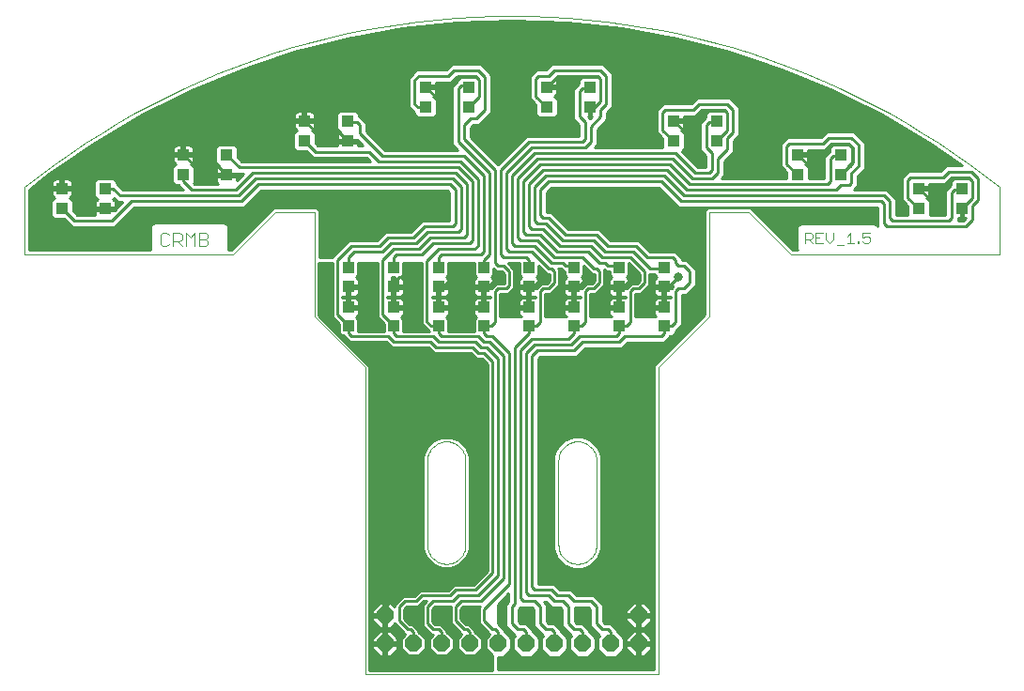
<source format=gtl>
G75*
%MOIN*%
%OFA0B0*%
%FSLAX24Y24*%
%IPPOS*%
%LPD*%
%AMOC8*
5,1,8,0,0,1.08239X$1,22.5*
%
%ADD10C,0.0000*%
%ADD11C,0.0040*%
%ADD12C,0.0030*%
%ADD13R,0.0433X0.0394*%
%ADD14OC8,0.0600*%
%ADD15C,0.0100*%
%ADD16C,0.0317*%
%ADD17C,0.0356*%
D10*
X012260Y000228D02*
X012260Y011128D01*
X010460Y012928D01*
X010460Y016628D01*
X009060Y016628D01*
X007560Y015128D01*
X000160Y015128D01*
X000160Y017528D01*
X014460Y007828D02*
X014460Y004828D01*
X014462Y004778D01*
X014468Y004727D01*
X014477Y004678D01*
X014490Y004629D01*
X014507Y004581D01*
X014527Y004535D01*
X014550Y004491D01*
X014577Y004448D01*
X014607Y004407D01*
X014640Y004369D01*
X014676Y004333D01*
X014714Y004300D01*
X014755Y004270D01*
X014798Y004243D01*
X014842Y004220D01*
X014888Y004200D01*
X014936Y004183D01*
X014985Y004170D01*
X015034Y004161D01*
X015085Y004155D01*
X015135Y004153D01*
X015185Y004155D01*
X015236Y004161D01*
X015285Y004170D01*
X015334Y004183D01*
X015382Y004200D01*
X015428Y004220D01*
X015473Y004243D01*
X015515Y004270D01*
X015556Y004300D01*
X015594Y004333D01*
X015630Y004369D01*
X015663Y004407D01*
X015693Y004448D01*
X015720Y004491D01*
X015743Y004535D01*
X015763Y004581D01*
X015780Y004629D01*
X015793Y004678D01*
X015802Y004727D01*
X015808Y004778D01*
X015810Y004828D01*
X015810Y007828D01*
X015808Y007878D01*
X015802Y007929D01*
X015793Y007978D01*
X015780Y008027D01*
X015763Y008075D01*
X015743Y008121D01*
X015720Y008166D01*
X015693Y008208D01*
X015663Y008249D01*
X015630Y008287D01*
X015594Y008323D01*
X015556Y008356D01*
X015515Y008386D01*
X015473Y008413D01*
X015428Y008436D01*
X015382Y008456D01*
X015334Y008473D01*
X015285Y008486D01*
X015236Y008495D01*
X015185Y008501D01*
X015135Y008503D01*
X015085Y008501D01*
X015034Y008495D01*
X014985Y008486D01*
X014936Y008473D01*
X014888Y008456D01*
X014842Y008436D01*
X014798Y008413D01*
X014755Y008386D01*
X014714Y008356D01*
X014676Y008323D01*
X014640Y008287D01*
X014607Y008249D01*
X014577Y008208D01*
X014550Y008166D01*
X014527Y008121D01*
X014507Y008075D01*
X014490Y008027D01*
X014477Y007978D01*
X014468Y007929D01*
X014462Y007878D01*
X014460Y007828D01*
X019110Y007828D02*
X019110Y004828D01*
X019112Y004778D01*
X019118Y004727D01*
X019127Y004678D01*
X019140Y004629D01*
X019157Y004581D01*
X019177Y004535D01*
X019200Y004491D01*
X019227Y004448D01*
X019257Y004407D01*
X019290Y004369D01*
X019326Y004333D01*
X019364Y004300D01*
X019405Y004270D01*
X019448Y004243D01*
X019492Y004220D01*
X019538Y004200D01*
X019586Y004183D01*
X019635Y004170D01*
X019684Y004161D01*
X019735Y004155D01*
X019785Y004153D01*
X019835Y004155D01*
X019886Y004161D01*
X019935Y004170D01*
X019984Y004183D01*
X020032Y004200D01*
X020078Y004220D01*
X020123Y004243D01*
X020165Y004270D01*
X020206Y004300D01*
X020244Y004333D01*
X020280Y004369D01*
X020313Y004407D01*
X020343Y004448D01*
X020370Y004491D01*
X020393Y004535D01*
X020413Y004581D01*
X020430Y004629D01*
X020443Y004678D01*
X020452Y004727D01*
X020458Y004778D01*
X020460Y004828D01*
X020460Y007828D01*
X020458Y007878D01*
X020452Y007929D01*
X020443Y007978D01*
X020430Y008027D01*
X020413Y008075D01*
X020393Y008121D01*
X020370Y008166D01*
X020343Y008208D01*
X020313Y008249D01*
X020280Y008287D01*
X020244Y008323D01*
X020206Y008356D01*
X020165Y008386D01*
X020123Y008413D01*
X020078Y008436D01*
X020032Y008456D01*
X019984Y008473D01*
X019935Y008486D01*
X019886Y008495D01*
X019835Y008501D01*
X019785Y008503D01*
X019735Y008501D01*
X019684Y008495D01*
X019635Y008486D01*
X019586Y008473D01*
X019538Y008456D01*
X019492Y008436D01*
X019448Y008413D01*
X019405Y008386D01*
X019364Y008356D01*
X019326Y008323D01*
X019290Y008287D01*
X019257Y008249D01*
X019227Y008208D01*
X019200Y008166D01*
X019177Y008121D01*
X019157Y008075D01*
X019140Y008027D01*
X019127Y007978D01*
X019118Y007929D01*
X019112Y007878D01*
X019110Y007828D01*
X022660Y011128D02*
X024460Y012928D01*
X024460Y016628D01*
X025860Y016628D01*
X027360Y015128D01*
X034760Y015128D01*
X034760Y017528D01*
X022660Y011128D02*
X022660Y000228D01*
X012260Y000228D01*
X000160Y017528D02*
X000686Y017940D01*
X001221Y018338D01*
X001766Y018724D01*
X002320Y019097D01*
X002883Y019456D01*
X003454Y019801D01*
X004034Y020132D01*
X004621Y020450D01*
X005216Y020753D01*
X005818Y021041D01*
X006427Y021315D01*
X007042Y021574D01*
X007663Y021818D01*
X008291Y022047D01*
X008923Y022261D01*
X009560Y022460D01*
X010202Y022643D01*
X010849Y022810D01*
X011499Y022962D01*
X012152Y023098D01*
X012809Y023219D01*
X013468Y023323D01*
X014130Y023412D01*
X014794Y023484D01*
X015459Y023540D01*
X016125Y023581D01*
X016792Y023605D01*
X017460Y023613D01*
X018128Y023605D01*
X018795Y023581D01*
X019461Y023540D01*
X020126Y023484D01*
X020790Y023412D01*
X021452Y023323D01*
X022111Y023219D01*
X022768Y023098D01*
X023421Y022962D01*
X024071Y022810D01*
X024718Y022643D01*
X025360Y022460D01*
X025997Y022261D01*
X026629Y022047D01*
X027257Y021818D01*
X027878Y021574D01*
X028493Y021315D01*
X029102Y021041D01*
X029704Y020753D01*
X030299Y020450D01*
X030886Y020132D01*
X031466Y019801D01*
X032037Y019456D01*
X032600Y019097D01*
X033154Y018724D01*
X033699Y018338D01*
X034234Y017940D01*
X034760Y017528D01*
D11*
X006668Y015832D02*
X006668Y015755D01*
X006591Y015679D01*
X006361Y015679D01*
X006361Y015909D02*
X006361Y015448D01*
X006591Y015448D01*
X006668Y015525D01*
X006668Y015602D01*
X006591Y015679D01*
X006668Y015832D02*
X006591Y015909D01*
X006361Y015909D01*
X006207Y015909D02*
X006207Y015448D01*
X005901Y015448D02*
X005901Y015909D01*
X006054Y015755D01*
X006207Y015909D01*
X005747Y015832D02*
X005747Y015679D01*
X005670Y015602D01*
X005440Y015602D01*
X005440Y015448D02*
X005440Y015909D01*
X005670Y015909D01*
X005747Y015832D01*
X005594Y015602D02*
X005747Y015448D01*
X005287Y015525D02*
X005210Y015448D01*
X005056Y015448D01*
X004980Y015525D01*
X004980Y015832D01*
X005056Y015909D01*
X005210Y015909D01*
X005287Y015832D01*
D12*
X027875Y015914D02*
X027875Y015543D01*
X027875Y015667D02*
X028060Y015667D01*
X028122Y015729D01*
X028122Y015852D01*
X028060Y015914D01*
X027875Y015914D01*
X027998Y015667D02*
X028122Y015543D01*
X028243Y015543D02*
X028490Y015543D01*
X028611Y015667D02*
X028735Y015543D01*
X028858Y015667D01*
X028858Y015914D01*
X028611Y015914D02*
X028611Y015667D01*
X028367Y015729D02*
X028243Y015729D01*
X028243Y015914D02*
X028243Y015543D01*
X028243Y015914D02*
X028490Y015914D01*
X028980Y015482D02*
X029227Y015482D01*
X029348Y015543D02*
X029595Y015543D01*
X029716Y015543D02*
X029778Y015543D01*
X029778Y015605D01*
X029716Y015605D01*
X029716Y015543D01*
X029900Y015605D02*
X029962Y015543D01*
X030086Y015543D01*
X030147Y015605D01*
X030147Y015729D01*
X030086Y015790D01*
X030024Y015790D01*
X029900Y015729D01*
X029900Y015914D01*
X030147Y015914D01*
X029471Y015914D02*
X029471Y015543D01*
X029348Y015790D02*
X029471Y015914D01*
D13*
X031892Y016774D03*
X031892Y017483D03*
X033427Y017483D03*
X033427Y016774D03*
X029127Y017974D03*
X029127Y018683D03*
X027592Y018683D03*
X027592Y017974D03*
X024727Y019174D03*
X024727Y019883D03*
X023192Y019883D03*
X023192Y019174D03*
X020227Y020374D03*
X020227Y021083D03*
X018692Y021083D03*
X018692Y020374D03*
X015927Y020374D03*
X015927Y021083D03*
X014392Y021083D03*
X014392Y020374D03*
X011627Y019883D03*
X011627Y019174D03*
X010092Y019174D03*
X010092Y019883D03*
X007327Y018683D03*
X007327Y017974D03*
X005792Y017974D03*
X005792Y018683D03*
X003027Y017483D03*
X003027Y016774D03*
X001492Y016774D03*
X001492Y017483D03*
X011660Y014663D03*
X011660Y013994D03*
X011660Y013263D03*
X011660Y012594D03*
X013260Y012594D03*
X013260Y013263D03*
X013260Y013994D03*
X013260Y014663D03*
X014860Y014663D03*
X014860Y013994D03*
X014860Y013263D03*
X014860Y012594D03*
X016460Y012594D03*
X016460Y013263D03*
X016460Y013994D03*
X016460Y014663D03*
X018060Y014663D03*
X018060Y013994D03*
X018060Y013263D03*
X018060Y012594D03*
X019660Y012594D03*
X019660Y013263D03*
X019660Y013994D03*
X019660Y014663D03*
X021260Y014663D03*
X021260Y013994D03*
X021260Y013263D03*
X021260Y012594D03*
X022860Y012594D03*
X022860Y013263D03*
X022860Y013994D03*
X022860Y014663D03*
D14*
X021960Y002328D03*
X021960Y001328D03*
X020960Y001328D03*
X019960Y001328D03*
X018960Y001328D03*
X017960Y001328D03*
X016960Y001328D03*
X015960Y001328D03*
X014960Y001328D03*
X013960Y001328D03*
X012960Y001328D03*
X012960Y002328D03*
D15*
X012960Y002628D01*
X013160Y002828D01*
X013360Y002828D01*
X013860Y003328D01*
X013460Y003728D01*
X013460Y009728D01*
X013960Y010228D01*
X013960Y011528D01*
X014485Y011848D02*
X013185Y011848D01*
X013080Y011954D01*
X012985Y012048D01*
X011685Y012048D01*
X011480Y012254D01*
X011480Y012267D01*
X011389Y012267D01*
X011313Y012343D01*
X011313Y012686D01*
X010914Y012686D01*
X010816Y012784D02*
X011215Y012784D01*
X011313Y012686D02*
X011080Y012919D01*
X011080Y014828D01*
X010610Y014828D01*
X010610Y012991D01*
X012410Y011191D01*
X012410Y000378D01*
X016760Y000378D01*
X016760Y000920D01*
X016530Y001150D01*
X016530Y001507D01*
X016678Y001655D01*
X016580Y001754D01*
X016280Y002054D01*
X016280Y002603D01*
X016325Y002648D01*
X015734Y002648D01*
X015640Y002554D01*
X015640Y002203D01*
X015834Y002008D01*
X015934Y002008D01*
X016034Y001908D01*
X016140Y001803D01*
X016140Y001757D01*
X016390Y001507D01*
X016390Y001150D01*
X016138Y000898D01*
X015782Y000898D01*
X015530Y001150D01*
X015530Y001507D01*
X015678Y001655D01*
X015580Y001754D01*
X015280Y002054D01*
X015280Y002648D01*
X014734Y002648D01*
X014640Y002554D01*
X014640Y002103D01*
X014734Y002008D01*
X014934Y002008D01*
X015034Y001908D01*
X015140Y001803D01*
X015140Y001757D01*
X015390Y001507D01*
X015390Y001150D01*
X015138Y000898D01*
X014782Y000898D01*
X014530Y001150D01*
X014530Y001507D01*
X014672Y001648D01*
X014585Y001648D01*
X014480Y001754D01*
X014280Y001954D01*
X014280Y002703D01*
X014385Y002808D01*
X014425Y002848D01*
X014334Y002848D01*
X014240Y002754D01*
X014134Y002648D01*
X013734Y002648D01*
X013640Y002554D01*
X013640Y002203D01*
X013834Y002008D01*
X013934Y002008D01*
X014034Y001908D01*
X014140Y001803D01*
X014140Y001757D01*
X014390Y001507D01*
X014390Y001150D01*
X014138Y000898D01*
X013782Y000898D01*
X013530Y001150D01*
X013530Y001507D01*
X013678Y001655D01*
X013580Y001754D01*
X013301Y002033D01*
X013146Y001878D01*
X013010Y001878D01*
X013010Y002278D01*
X012910Y002278D01*
X012910Y001878D01*
X012773Y001878D01*
X012510Y002142D01*
X012510Y002278D01*
X012910Y002278D01*
X012910Y002378D01*
X012510Y002378D01*
X012510Y002515D01*
X012773Y002778D01*
X012910Y002778D01*
X012910Y002378D01*
X013010Y002378D01*
X013010Y002778D01*
X013146Y002778D01*
X013280Y002645D01*
X013280Y002703D01*
X013385Y002808D01*
X013585Y003008D01*
X013985Y003008D01*
X014185Y003208D01*
X015185Y003208D01*
X015385Y003408D01*
X016085Y003408D01*
X016580Y003903D01*
X016580Y011254D01*
X016385Y011448D01*
X016185Y011448D01*
X016080Y011554D01*
X015985Y011648D01*
X014685Y011648D01*
X014580Y011754D01*
X014485Y011848D01*
X014534Y011799D02*
X011801Y011799D01*
X011899Y011701D02*
X014633Y011701D01*
X014760Y011828D02*
X014560Y012028D01*
X013260Y012028D01*
X013060Y012228D01*
X011760Y012228D01*
X011660Y012328D01*
X011660Y012594D01*
X011260Y012994D01*
X011260Y014928D01*
X011760Y015428D01*
X012760Y015428D01*
X013060Y015728D01*
X013960Y015728D01*
X014360Y016128D01*
X015360Y016128D01*
X015460Y016228D01*
X015460Y017428D01*
X015260Y017628D01*
X008460Y017628D01*
X007860Y017028D01*
X003960Y017028D01*
X003260Y016328D01*
X001938Y016328D01*
X001492Y016774D01*
X001548Y016407D02*
X001205Y016407D01*
X001106Y016507D01*
X001106Y017041D01*
X001205Y017141D01*
X001237Y017141D01*
X001218Y017146D01*
X001183Y017166D01*
X001155Y017194D01*
X001136Y017228D01*
X001126Y017266D01*
X001126Y017434D01*
X001444Y017434D01*
X001444Y017531D01*
X001444Y017830D01*
X001256Y017830D01*
X001218Y017819D01*
X001183Y017800D01*
X001155Y017772D01*
X001136Y017738D01*
X001126Y017699D01*
X001126Y017531D01*
X001444Y017531D01*
X001540Y017531D01*
X001540Y017830D01*
X001728Y017830D01*
X001766Y017819D01*
X001801Y017800D01*
X001829Y017772D01*
X001848Y017738D01*
X001859Y017699D01*
X001859Y017531D01*
X001540Y017531D01*
X001540Y017434D01*
X001859Y017434D01*
X001859Y017266D01*
X001848Y017228D01*
X001829Y017194D01*
X001801Y017166D01*
X001766Y017146D01*
X001747Y017141D01*
X001779Y017141D01*
X001879Y017041D01*
X001879Y016699D01*
X002029Y016548D01*
X002663Y016548D01*
X002661Y016558D01*
X002661Y016726D01*
X002979Y016726D01*
X002979Y016823D01*
X002661Y016823D01*
X001879Y016823D01*
X001879Y016921D02*
X002661Y016921D01*
X002661Y016991D02*
X002661Y016823D01*
X002614Y016774D02*
X003027Y016774D01*
X003076Y016726D02*
X003076Y016823D01*
X003394Y016823D01*
X003443Y016823D01*
X003394Y016823D02*
X003394Y016991D01*
X003384Y017029D01*
X003364Y017063D01*
X003336Y017091D01*
X003302Y017111D01*
X003283Y017116D01*
X003314Y017116D01*
X003338Y017139D01*
X003340Y017137D01*
X003469Y017008D01*
X003629Y017008D01*
X003346Y016726D01*
X003076Y016726D01*
X003394Y016921D02*
X003542Y016921D01*
X003457Y017020D02*
X003386Y017020D01*
X003359Y017118D02*
X003317Y017118D01*
X003560Y017228D02*
X007760Y017228D01*
X008360Y017828D01*
X015360Y017828D01*
X015660Y017528D01*
X015660Y016028D01*
X015560Y015928D01*
X014460Y015928D01*
X014060Y015528D01*
X013160Y015528D01*
X012860Y015228D01*
X011860Y015228D01*
X011660Y015028D01*
X011660Y014663D01*
X012006Y014656D02*
X012680Y014656D01*
X012680Y014754D02*
X012006Y014754D01*
X012006Y014828D02*
X012680Y014828D01*
X012680Y012919D01*
X012913Y012686D01*
X012006Y012686D01*
X012006Y012784D02*
X012815Y012784D01*
X012913Y012686D02*
X012913Y012408D01*
X012006Y012408D01*
X012006Y012845D01*
X011930Y012921D01*
X011912Y012921D01*
X011934Y012926D01*
X011968Y012946D01*
X011996Y012974D01*
X012016Y013008D01*
X012026Y013047D01*
X012026Y013215D01*
X011708Y013215D01*
X011708Y013312D01*
X011611Y013312D01*
X011611Y013610D01*
X011440Y013610D01*
X011440Y013647D01*
X011611Y013647D01*
X011611Y013945D01*
X011708Y013945D01*
X011708Y013647D01*
X011896Y013647D01*
X011934Y013657D01*
X011968Y013677D01*
X011996Y013705D01*
X012016Y013739D01*
X012026Y013777D01*
X012026Y013945D01*
X011708Y013945D01*
X011708Y014042D01*
X012026Y014042D01*
X012026Y014210D01*
X012016Y014249D01*
X011996Y014283D01*
X011968Y014311D01*
X011934Y014330D01*
X011912Y014336D01*
X011930Y014336D01*
X012006Y014412D01*
X012006Y014828D01*
X012006Y014557D02*
X012680Y014557D01*
X012680Y014459D02*
X012006Y014459D01*
X011954Y014360D02*
X012680Y014360D01*
X012680Y014262D02*
X012008Y014262D01*
X012026Y014163D02*
X012680Y014163D01*
X012680Y014065D02*
X012026Y014065D01*
X012060Y014028D02*
X011694Y014028D01*
X011660Y013994D01*
X011660Y013263D01*
X011708Y013277D02*
X012680Y013277D01*
X012680Y013375D02*
X012026Y013375D01*
X012026Y013312D02*
X012026Y013480D01*
X012016Y013518D01*
X011996Y013552D01*
X011968Y013580D01*
X011934Y013600D01*
X011896Y013610D01*
X011708Y013610D01*
X011708Y013312D01*
X012026Y013312D01*
X012026Y013178D02*
X012680Y013178D01*
X012680Y013080D02*
X012026Y013080D01*
X012001Y012981D02*
X012680Y012981D01*
X012716Y012883D02*
X011968Y012883D01*
X012006Y012587D02*
X012913Y012587D01*
X012913Y012489D02*
X012006Y012489D01*
X011540Y012193D02*
X011407Y012193D01*
X011364Y012292D02*
X011308Y012292D01*
X011313Y012390D02*
X011210Y012390D01*
X011111Y012489D02*
X011313Y012489D01*
X011313Y012587D02*
X011013Y012587D01*
X011116Y012883D02*
X010717Y012883D01*
X010619Y012981D02*
X011080Y012981D01*
X011080Y013080D02*
X010610Y013080D01*
X010610Y013178D02*
X011080Y013178D01*
X011080Y013277D02*
X010610Y013277D01*
X010610Y013375D02*
X011080Y013375D01*
X011080Y013474D02*
X010610Y013474D01*
X010610Y013572D02*
X011080Y013572D01*
X011080Y013671D02*
X010610Y013671D01*
X010610Y013769D02*
X011080Y013769D01*
X011080Y013868D02*
X010610Y013868D01*
X010610Y013966D02*
X011080Y013966D01*
X011080Y014065D02*
X010610Y014065D01*
X010610Y014163D02*
X011080Y014163D01*
X011080Y014262D02*
X010610Y014262D01*
X010610Y014360D02*
X011080Y014360D01*
X011080Y014459D02*
X010610Y014459D01*
X010610Y014557D02*
X011080Y014557D01*
X011080Y014656D02*
X010610Y014656D01*
X010610Y014754D02*
X011080Y014754D01*
X011049Y015028D02*
X010630Y015028D01*
X010630Y016699D01*
X010530Y016798D01*
X008989Y016798D01*
X007489Y015298D01*
X007405Y015298D01*
X007405Y016106D01*
X007402Y016128D01*
X007396Y016150D01*
X007388Y016170D01*
X007377Y016190D01*
X007363Y016207D01*
X007347Y016223D01*
X007330Y016237D01*
X007310Y016248D01*
X007290Y016256D01*
X007268Y016262D01*
X007246Y016265D01*
X004782Y016265D01*
X004760Y016262D01*
X004738Y016256D01*
X004718Y016248D01*
X004698Y016237D01*
X004681Y016223D01*
X004665Y016207D01*
X004651Y016190D01*
X004640Y016170D01*
X004632Y016150D01*
X004626Y016128D01*
X004623Y016106D01*
X004623Y015298D01*
X000330Y015298D01*
X000330Y017445D01*
X001039Y017994D01*
X002647Y019107D01*
X004330Y020102D01*
X006080Y020975D01*
X007887Y021721D01*
X009743Y022337D01*
X011637Y022819D01*
X013562Y023165D01*
X015506Y023374D01*
X017460Y023443D01*
X019414Y023374D01*
X021358Y023165D01*
X023282Y022819D01*
X025177Y022337D01*
X027033Y021721D01*
X028840Y020975D01*
X030589Y020102D01*
X032272Y019107D01*
X033440Y018298D01*
X032869Y018298D01*
X032740Y018170D01*
X032669Y018098D01*
X031519Y018098D01*
X031390Y017970D01*
X031290Y017870D01*
X031290Y017065D01*
X031419Y016936D01*
X031506Y016850D01*
X031506Y016548D01*
X031080Y016548D01*
X031080Y017120D01*
X030951Y017248D01*
X030751Y017448D01*
X029591Y017448D01*
X029647Y017505D01*
X029730Y017587D01*
X029730Y017937D01*
X029980Y018187D01*
X029980Y019120D01*
X029851Y019248D01*
X029730Y019370D01*
X029601Y019498D01*
X028619Y019498D01*
X028490Y019370D01*
X028419Y019298D01*
X027219Y019298D01*
X027090Y019170D01*
X026990Y019070D01*
X026990Y018265D01*
X027119Y018136D01*
X027206Y018050D01*
X027206Y017848D01*
X024891Y017848D01*
X024980Y017937D01*
X024980Y018437D01*
X025330Y018787D01*
X025330Y019187D01*
X027107Y019187D01*
X027009Y019088D02*
X025330Y019088D01*
X025330Y018990D02*
X026990Y018990D01*
X026990Y018891D02*
X025330Y018891D01*
X025330Y018793D02*
X026990Y018793D01*
X026990Y018694D02*
X025237Y018694D01*
X025138Y018596D02*
X026990Y018596D01*
X026990Y018497D02*
X025040Y018497D01*
X024980Y018399D02*
X026990Y018399D01*
X026990Y018300D02*
X024980Y018300D01*
X024980Y018202D02*
X027053Y018202D01*
X027152Y018103D02*
X024980Y018103D01*
X024980Y018005D02*
X027206Y018005D01*
X027206Y017906D02*
X024949Y017906D01*
X024760Y018028D02*
X024560Y017828D01*
X023860Y017828D01*
X023160Y018528D01*
X018360Y018528D01*
X017660Y017828D01*
X017660Y015728D01*
X017760Y015628D01*
X018360Y015628D01*
X018960Y015028D01*
X019960Y015028D01*
X020360Y014628D01*
X020460Y014628D01*
X020560Y014528D01*
X020560Y014128D01*
X020360Y013928D01*
X020160Y013928D01*
X020060Y013828D01*
X020060Y012728D01*
X019925Y012594D01*
X019660Y012594D01*
X019660Y012328D01*
X019460Y012128D01*
X018160Y012128D01*
X017760Y011728D01*
X017760Y002928D01*
X017860Y002828D01*
X018260Y002828D01*
X018460Y002628D01*
X018460Y002028D01*
X018660Y001828D01*
X018860Y001828D01*
X018960Y001728D01*
X018960Y001328D01*
X019299Y001654D02*
X019523Y001654D01*
X019569Y001608D02*
X019575Y001608D01*
X019490Y001523D01*
X019490Y001134D01*
X019765Y000858D01*
X020154Y000858D01*
X020430Y001134D01*
X020430Y001523D01*
X020180Y001773D01*
X020180Y001820D01*
X020051Y001948D01*
X019951Y002048D01*
X020240Y002048D01*
X020240Y002146D02*
X019680Y002146D01*
X019680Y002120D02*
X019680Y002608D01*
X020169Y002608D01*
X020240Y002537D01*
X020240Y001937D01*
X020440Y001737D01*
X020569Y001608D01*
X020575Y001608D01*
X020490Y001523D01*
X020490Y001134D01*
X020765Y000858D01*
X021154Y000858D01*
X021430Y001134D01*
X021430Y001523D01*
X021180Y001773D01*
X021180Y001820D01*
X021051Y001948D01*
X020951Y002048D01*
X021604Y002048D01*
X021510Y002142D02*
X021773Y001878D01*
X021910Y001878D01*
X021910Y002278D01*
X022010Y002278D01*
X022010Y001878D01*
X022146Y001878D01*
X022410Y002142D01*
X022410Y002278D01*
X022010Y002278D01*
X022010Y002378D01*
X022410Y002378D01*
X022410Y002515D01*
X022146Y002778D01*
X022010Y002778D01*
X022010Y002378D01*
X021910Y002378D01*
X021910Y002278D01*
X021510Y002278D01*
X021510Y002142D01*
X021510Y002146D02*
X020680Y002146D01*
X020680Y002120D02*
X020680Y002720D01*
X020551Y002848D01*
X020351Y003048D01*
X019751Y003048D01*
X019551Y003248D01*
X019151Y003248D01*
X018951Y003448D01*
X018380Y003448D01*
X018380Y011437D01*
X018451Y011508D01*
X019751Y011508D01*
X020051Y011808D01*
X021351Y011808D01*
X021551Y012008D01*
X022851Y012008D01*
X023069Y012227D01*
X023147Y012227D01*
X023246Y012327D01*
X023246Y012404D01*
X023345Y012503D01*
X023480Y012637D01*
X023480Y013708D01*
X023651Y013708D01*
X023980Y014037D01*
X023980Y014620D01*
X023851Y014748D01*
X023651Y014948D01*
X023480Y014948D01*
X023480Y015020D01*
X023251Y015248D01*
X022351Y015248D01*
X021951Y015648D01*
X020951Y015648D01*
X020551Y016048D01*
X019451Y016048D01*
X018851Y016648D01*
X018680Y016648D01*
X018680Y017337D01*
X018851Y017508D01*
X022669Y017508D01*
X023369Y016808D01*
X030440Y016808D01*
X030440Y016145D01*
X030433Y016156D01*
X030419Y016174D01*
X030404Y016190D01*
X030386Y016203D01*
X030367Y016215D01*
X030346Y016223D01*
X030325Y016229D01*
X030302Y016232D01*
X027715Y016232D01*
X027693Y016229D01*
X027672Y016223D01*
X027651Y016215D01*
X027632Y016203D01*
X027614Y016190D01*
X027598Y016174D01*
X027585Y016156D01*
X027574Y016137D01*
X027565Y016117D01*
X027559Y016095D01*
X027556Y016073D01*
X027556Y015384D01*
X027559Y015362D01*
X027565Y015340D01*
X027574Y015320D01*
X027585Y015300D01*
X027586Y015298D01*
X027430Y015298D01*
X025930Y016798D01*
X024389Y016798D01*
X024290Y016699D01*
X024290Y012999D01*
X022490Y011199D01*
X022490Y000398D01*
X016960Y000398D01*
X016960Y000858D01*
X017154Y000858D01*
X017430Y001134D01*
X017430Y001523D01*
X017180Y001773D01*
X017180Y001820D01*
X017051Y001948D01*
X016960Y002040D01*
X016960Y002717D01*
X017340Y003097D01*
X017340Y002820D01*
X017240Y002720D01*
X017240Y001937D01*
X017440Y001737D01*
X017569Y001608D01*
X017575Y001608D01*
X017490Y001523D01*
X017490Y001134D01*
X017765Y000858D01*
X018154Y000858D01*
X018430Y001134D01*
X018430Y001523D01*
X018180Y001773D01*
X018180Y001820D01*
X018051Y001948D01*
X017951Y002048D01*
X018240Y002048D01*
X018240Y002146D02*
X017680Y002146D01*
X017680Y002120D02*
X017680Y002537D01*
X017760Y002617D01*
X017769Y002608D01*
X018169Y002608D01*
X018240Y002537D01*
X018240Y001937D01*
X018440Y001737D01*
X018569Y001608D01*
X018575Y001608D01*
X018490Y001523D01*
X018490Y001134D01*
X018765Y000858D01*
X019154Y000858D01*
X019430Y001134D01*
X019430Y001523D01*
X019180Y001773D01*
X019180Y001820D01*
X019051Y001948D01*
X018951Y002048D01*
X019240Y002048D01*
X019240Y002146D02*
X018680Y002146D01*
X018680Y002120D02*
X018680Y002720D01*
X018591Y002808D01*
X018669Y002808D01*
X018740Y002737D01*
X018869Y002608D01*
X019169Y002608D01*
X019240Y002537D01*
X019240Y001937D01*
X019440Y001737D01*
X019569Y001608D01*
X019522Y001555D02*
X019397Y001555D01*
X019430Y001457D02*
X019490Y001457D01*
X019490Y001358D02*
X019430Y001358D01*
X019430Y001260D02*
X019490Y001260D01*
X019490Y001161D02*
X019430Y001161D01*
X019359Y001063D02*
X019561Y001063D01*
X019659Y000964D02*
X019260Y000964D01*
X019162Y000866D02*
X019758Y000866D01*
X020162Y000866D02*
X020758Y000866D01*
X020659Y000964D02*
X020260Y000964D01*
X020359Y001063D02*
X020561Y001063D01*
X020490Y001161D02*
X020430Y001161D01*
X020430Y001260D02*
X020490Y001260D01*
X020490Y001358D02*
X020430Y001358D01*
X020430Y001457D02*
X020490Y001457D01*
X020522Y001555D02*
X020397Y001555D01*
X020299Y001654D02*
X020523Y001654D01*
X020425Y001752D02*
X020200Y001752D01*
X020148Y001851D02*
X020326Y001851D01*
X020240Y001949D02*
X020050Y001949D01*
X019951Y002048D02*
X019751Y002048D01*
X019680Y002120D01*
X019680Y002245D02*
X020240Y002245D01*
X020240Y002343D02*
X019680Y002343D01*
X019680Y002442D02*
X020240Y002442D01*
X020237Y002540D02*
X019680Y002540D01*
X019460Y002628D02*
X019460Y002028D01*
X019660Y001828D01*
X019860Y001828D01*
X019960Y001728D01*
X019960Y001328D01*
X019425Y001752D02*
X019200Y001752D01*
X019148Y001851D02*
X019326Y001851D01*
X019240Y001949D02*
X019050Y001949D01*
X018951Y002048D02*
X018751Y002048D01*
X018680Y002120D01*
X018680Y002245D02*
X019240Y002245D01*
X019240Y002343D02*
X018680Y002343D01*
X018680Y002442D02*
X019240Y002442D01*
X019237Y002540D02*
X018680Y002540D01*
X018680Y002639D02*
X018838Y002639D01*
X018740Y002737D02*
X018662Y002737D01*
X018760Y003028D02*
X018960Y002828D01*
X019260Y002828D01*
X019460Y002628D01*
X019660Y002828D02*
X019460Y003028D01*
X019060Y003028D01*
X018860Y003228D01*
X018260Y003228D01*
X018160Y003328D01*
X018160Y011528D01*
X018360Y011728D01*
X019660Y011728D01*
X019960Y012028D01*
X021260Y012028D01*
X021460Y012228D01*
X022760Y012228D01*
X022860Y012328D01*
X022860Y012594D01*
X023125Y012594D01*
X023260Y012728D01*
X023260Y013828D01*
X023360Y013928D01*
X023560Y013928D01*
X023760Y014128D01*
X023760Y014528D01*
X023560Y014728D01*
X023360Y014728D01*
X023260Y014828D01*
X023260Y014928D01*
X023160Y015028D01*
X022260Y015028D01*
X021860Y015428D01*
X020860Y015428D01*
X020460Y015828D01*
X019360Y015828D01*
X018760Y016428D01*
X018560Y016428D01*
X018460Y016528D01*
X018460Y017428D01*
X018760Y017728D01*
X022760Y017728D01*
X023460Y017028D01*
X030560Y017028D01*
X030660Y016928D01*
X030660Y016228D01*
X030760Y016128D01*
X033560Y016128D01*
X033810Y016378D01*
X033810Y016878D01*
X034010Y017078D01*
X034010Y017828D01*
X033760Y018078D01*
X032960Y018078D01*
X032760Y017878D01*
X031610Y017878D01*
X031510Y017778D01*
X031510Y017156D01*
X031892Y016774D01*
X031506Y016823D02*
X031080Y016823D01*
X031080Y016921D02*
X031434Y016921D01*
X031335Y017020D02*
X031080Y017020D01*
X031080Y017118D02*
X031290Y017118D01*
X031290Y017217D02*
X030982Y017217D01*
X030884Y017315D02*
X031290Y017315D01*
X031290Y017414D02*
X030785Y017414D01*
X030660Y017228D02*
X030860Y017028D01*
X030860Y016428D01*
X030960Y016328D01*
X032960Y016328D01*
X033060Y016428D01*
X033060Y017328D01*
X033160Y017428D01*
X033373Y017428D01*
X033427Y017483D01*
X033041Y017621D02*
X032840Y017420D01*
X032840Y016548D01*
X032279Y016548D01*
X032279Y017041D01*
X032179Y017141D01*
X032147Y017141D01*
X032166Y017146D01*
X032201Y017166D01*
X032229Y017194D01*
X032248Y017228D01*
X032259Y017266D01*
X032259Y017434D01*
X031940Y017434D01*
X031940Y017531D01*
X032259Y017531D01*
X032259Y017658D01*
X032851Y017658D01*
X033051Y017858D01*
X033669Y017858D01*
X033677Y017850D01*
X033141Y017850D01*
X033041Y017750D01*
X033041Y017621D01*
X033031Y017611D02*
X032259Y017611D01*
X032259Y017414D02*
X032840Y017414D01*
X032840Y017315D02*
X032259Y017315D01*
X032242Y017217D02*
X032840Y017217D01*
X032840Y017118D02*
X032202Y017118D01*
X032246Y017128D02*
X032660Y017128D01*
X032660Y017478D01*
X033060Y017878D01*
X033660Y017878D01*
X033810Y017728D01*
X033810Y017156D01*
X033427Y016774D01*
X033379Y016726D02*
X033476Y016726D01*
X033476Y016427D01*
X033547Y016427D01*
X033469Y016348D01*
X033280Y016348D01*
X033280Y016427D01*
X033379Y016427D01*
X033379Y016726D01*
X033379Y016724D02*
X033476Y016724D01*
X033476Y016626D02*
X033379Y016626D01*
X033379Y016527D02*
X033476Y016527D01*
X033476Y016429D02*
X033379Y016429D01*
X032840Y016626D02*
X032279Y016626D01*
X032279Y016724D02*
X032840Y016724D01*
X032840Y016823D02*
X032279Y016823D01*
X032279Y016921D02*
X032840Y016921D01*
X032840Y017020D02*
X032279Y017020D01*
X032246Y017128D02*
X031892Y017483D01*
X031940Y017512D02*
X032933Y017512D01*
X032902Y017709D02*
X033041Y017709D01*
X033000Y017808D02*
X033099Y017808D01*
X032772Y018202D02*
X029980Y018202D01*
X029980Y018300D02*
X033438Y018300D01*
X033295Y018399D02*
X029980Y018399D01*
X029980Y018497D02*
X033153Y018497D01*
X033010Y018596D02*
X029980Y018596D01*
X029980Y018694D02*
X032868Y018694D01*
X032726Y018793D02*
X029980Y018793D01*
X029980Y018891D02*
X032583Y018891D01*
X032441Y018990D02*
X029980Y018990D01*
X029980Y019088D02*
X032299Y019088D01*
X032136Y019187D02*
X029912Y019187D01*
X029851Y019248D02*
X029851Y019248D01*
X029814Y019285D02*
X031970Y019285D01*
X031803Y019384D02*
X029715Y019384D01*
X029730Y019370D02*
X029730Y019370D01*
X029617Y019482D02*
X031637Y019482D01*
X031470Y019581D02*
X025530Y019581D01*
X025530Y019679D02*
X031304Y019679D01*
X031137Y019778D02*
X025530Y019778D01*
X025530Y019876D02*
X030970Y019876D01*
X030804Y019975D02*
X025530Y019975D01*
X025530Y020073D02*
X030637Y020073D01*
X030449Y020172D02*
X025530Y020172D01*
X025530Y020270D02*
X030251Y020270D01*
X030054Y020369D02*
X025530Y020369D01*
X025530Y020370D02*
X025401Y020498D01*
X025201Y020698D01*
X024019Y020698D01*
X023890Y020570D01*
X023890Y020570D01*
X023819Y020498D01*
X022819Y020498D01*
X022690Y020370D01*
X022590Y020270D01*
X022590Y019465D01*
X022719Y019336D01*
X022806Y019250D01*
X022806Y018948D01*
X020391Y018948D01*
X020480Y019037D01*
X020480Y019587D01*
X020830Y019937D01*
X020830Y020187D01*
X021030Y020387D01*
X021030Y021570D01*
X020901Y021698D01*
X020701Y021898D01*
X018869Y021898D01*
X018740Y021770D01*
X018669Y021698D01*
X018319Y021698D01*
X018190Y021570D01*
X018090Y021470D01*
X018090Y020665D01*
X018219Y020536D01*
X018306Y020450D01*
X018306Y020107D01*
X018405Y020007D01*
X018979Y020007D01*
X019079Y020107D01*
X019079Y020641D01*
X018979Y020741D01*
X018947Y020741D01*
X018966Y020746D01*
X019001Y020766D01*
X019029Y020794D01*
X019048Y020828D01*
X019059Y020866D01*
X019059Y021034D01*
X018740Y021034D01*
X018740Y021131D01*
X019059Y021131D01*
X019059Y021299D01*
X019048Y021338D01*
X019029Y021372D01*
X019001Y021400D01*
X018995Y021403D01*
X019051Y021458D01*
X020519Y021458D01*
X020590Y021387D01*
X020590Y021374D01*
X020514Y021450D01*
X019941Y021450D01*
X019841Y021350D01*
X019841Y021221D01*
X019740Y021120D01*
X019640Y021020D01*
X019640Y019937D01*
X019769Y019808D01*
X019840Y019737D01*
X019840Y019348D01*
X017969Y019348D01*
X017840Y019220D01*
X016969Y018348D01*
X016960Y018340D01*
X015980Y019320D01*
X015980Y019637D01*
X016101Y019758D01*
X016301Y019758D01*
X016601Y020058D01*
X016730Y020187D01*
X016730Y021520D01*
X016480Y021770D01*
X016351Y021898D01*
X015319Y021898D01*
X015119Y021698D01*
X014069Y021698D01*
X013919Y021548D01*
X013790Y021420D01*
X013790Y020387D01*
X013894Y020283D01*
X014006Y020172D01*
X014006Y020107D01*
X014105Y020007D01*
X014679Y020007D01*
X014779Y020107D01*
X014779Y020641D01*
X014679Y020741D01*
X014647Y020741D01*
X014666Y020746D01*
X014701Y020766D01*
X014729Y020794D01*
X014748Y020828D01*
X014759Y020866D01*
X014759Y021034D01*
X014440Y021034D01*
X014440Y021131D01*
X014759Y021131D01*
X014759Y021258D01*
X015301Y021258D01*
X015430Y021387D01*
X015501Y021458D01*
X016169Y021458D01*
X016177Y021450D01*
X015641Y021450D01*
X015541Y021350D01*
X015541Y021321D01*
X015469Y021248D01*
X015340Y021120D01*
X015340Y019037D01*
X015469Y018908D01*
X015529Y018848D01*
X012951Y018848D01*
X012280Y019520D01*
X012280Y019820D01*
X012151Y019948D01*
X012051Y020048D01*
X012014Y020048D01*
X012014Y020150D01*
X011914Y020250D01*
X011341Y020250D01*
X011241Y020150D01*
X011241Y019616D01*
X011341Y019516D01*
X011372Y019516D01*
X011353Y019511D01*
X011319Y019491D01*
X011291Y019463D01*
X011271Y019429D01*
X011261Y019391D01*
X011261Y019223D01*
X011579Y019223D01*
X011579Y019126D01*
X011261Y019126D01*
X011261Y019006D01*
X010571Y019006D01*
X010479Y019099D01*
X010479Y019441D01*
X010379Y019541D01*
X010347Y019541D01*
X010366Y019546D01*
X010401Y019566D01*
X010429Y019594D01*
X010448Y019628D01*
X010459Y019666D01*
X010459Y019834D01*
X010140Y019834D01*
X010140Y019931D01*
X010044Y019931D01*
X010044Y020230D01*
X009856Y020230D01*
X009818Y020219D01*
X009783Y020200D01*
X009755Y020172D01*
X009736Y020138D01*
X009726Y020099D01*
X009726Y019931D01*
X010044Y019931D01*
X010044Y019834D01*
X009726Y019834D01*
X009726Y019666D01*
X009736Y019628D01*
X009755Y019594D01*
X009783Y019566D01*
X009818Y019546D01*
X009837Y019541D01*
X009805Y019541D01*
X009706Y019441D01*
X009706Y018907D01*
X009805Y018807D01*
X010148Y018807D01*
X010260Y018695D01*
X010389Y018566D01*
X012295Y018566D01*
X012412Y018448D01*
X007873Y018448D01*
X007714Y018607D01*
X007714Y018950D01*
X007614Y019050D01*
X007041Y019050D01*
X006941Y018950D01*
X006941Y018416D01*
X007041Y018316D01*
X007072Y018316D01*
X007053Y018311D01*
X007019Y018291D01*
X006991Y018263D01*
X006971Y018229D01*
X006961Y018191D01*
X006961Y018023D01*
X007279Y018023D01*
X007279Y017926D01*
X006961Y017926D01*
X006961Y017758D01*
X006971Y017719D01*
X006991Y017685D01*
X007019Y017657D01*
X007034Y017648D01*
X006201Y017648D01*
X006161Y017689D01*
X006179Y017707D01*
X006179Y018241D01*
X006079Y018341D01*
X006047Y018341D01*
X006066Y018346D01*
X006101Y018366D01*
X006129Y018394D01*
X006148Y018428D01*
X006159Y018466D01*
X006159Y018634D01*
X005840Y018634D01*
X005840Y018731D01*
X005744Y018731D01*
X005744Y019030D01*
X005556Y019030D01*
X005518Y019019D01*
X005483Y019000D01*
X005455Y018972D01*
X005436Y018938D01*
X005426Y018899D01*
X005426Y018731D01*
X005744Y018731D01*
X005744Y018634D01*
X005426Y018634D01*
X005426Y018466D01*
X005436Y018428D01*
X005455Y018394D01*
X005483Y018366D01*
X005518Y018346D01*
X005537Y018341D01*
X005505Y018341D01*
X005406Y018241D01*
X005406Y017707D01*
X005505Y017607D01*
X005620Y017607D01*
X005701Y017526D01*
X005779Y017448D01*
X003651Y017448D01*
X003414Y017685D01*
X003414Y017750D01*
X003314Y017850D01*
X002741Y017850D01*
X002641Y017750D01*
X002641Y017216D01*
X002741Y017116D01*
X002772Y017116D01*
X002753Y017111D01*
X002719Y017091D01*
X002691Y017063D01*
X002671Y017029D01*
X002661Y016991D01*
X002669Y017020D02*
X001879Y017020D01*
X001802Y017118D02*
X002738Y017118D01*
X002641Y017217D02*
X001842Y017217D01*
X001859Y017315D02*
X002641Y017315D01*
X002641Y017414D02*
X001859Y017414D01*
X001905Y017483D02*
X002260Y017128D01*
X002614Y016774D01*
X002661Y016724D02*
X001879Y016724D01*
X001951Y016626D02*
X002661Y016626D01*
X003351Y016108D02*
X001847Y016108D01*
X001718Y016237D01*
X001548Y016407D01*
X001625Y016330D02*
X000330Y016330D01*
X000330Y016232D02*
X001723Y016232D01*
X001822Y016133D02*
X000330Y016133D01*
X000330Y016035D02*
X004623Y016035D01*
X004623Y015936D02*
X000330Y015936D01*
X000330Y015838D02*
X004623Y015838D01*
X004623Y015739D02*
X000330Y015739D01*
X000330Y015641D02*
X004623Y015641D01*
X004623Y015542D02*
X000330Y015542D01*
X000330Y015444D02*
X004623Y015444D01*
X004623Y015345D02*
X000330Y015345D01*
X000330Y016429D02*
X001183Y016429D01*
X001106Y016527D02*
X000330Y016527D01*
X000330Y016626D02*
X001106Y016626D01*
X001106Y016724D02*
X000330Y016724D01*
X000330Y016823D02*
X001106Y016823D01*
X001106Y016921D02*
X000330Y016921D01*
X000330Y017020D02*
X001106Y017020D01*
X001183Y017118D02*
X000330Y017118D01*
X000330Y017217D02*
X001142Y017217D01*
X001126Y017315D02*
X000330Y017315D01*
X000330Y017414D02*
X001126Y017414D01*
X001126Y017611D02*
X000544Y017611D01*
X000417Y017512D02*
X001444Y017512D01*
X001446Y017528D02*
X001492Y017483D01*
X001905Y017483D01*
X001859Y017611D02*
X002641Y017611D01*
X002641Y017709D02*
X001856Y017709D01*
X001786Y017808D02*
X002699Y017808D01*
X002641Y017512D02*
X001540Y017512D01*
X001540Y017611D02*
X001444Y017611D01*
X001444Y017709D02*
X001540Y017709D01*
X001540Y017808D02*
X001444Y017808D01*
X001198Y017808D02*
X000799Y017808D01*
X000926Y017906D02*
X005406Y017906D01*
X005406Y017808D02*
X003356Y017808D01*
X003414Y017709D02*
X005406Y017709D01*
X005501Y017611D02*
X003488Y017611D01*
X003587Y017512D02*
X005715Y017512D01*
X005792Y017746D02*
X005792Y017974D01*
X005792Y017746D02*
X006110Y017428D01*
X007660Y017428D01*
X008260Y018028D01*
X015460Y018028D01*
X015860Y017628D01*
X015860Y015828D01*
X015760Y015728D01*
X014560Y015728D01*
X014160Y015328D01*
X013260Y015328D01*
X012860Y014928D01*
X012860Y012994D01*
X013260Y012594D01*
X013260Y012328D01*
X013360Y012228D01*
X014660Y012228D01*
X014860Y012028D01*
X016160Y012028D01*
X016360Y011828D01*
X016560Y011828D01*
X016960Y011428D01*
X016960Y003728D01*
X016260Y003028D01*
X015560Y003028D01*
X015360Y002828D01*
X014660Y002828D01*
X014460Y002628D01*
X014460Y002028D01*
X014660Y001828D01*
X014860Y001828D01*
X014960Y001728D01*
X014960Y001328D01*
X015242Y001654D02*
X015677Y001654D01*
X015581Y001752D02*
X015144Y001752D01*
X015092Y001851D02*
X015483Y001851D01*
X015384Y001949D02*
X014993Y001949D01*
X015286Y002048D02*
X014695Y002048D01*
X014640Y002146D02*
X015280Y002146D01*
X015280Y002245D02*
X014640Y002245D01*
X014640Y002343D02*
X015280Y002343D01*
X015280Y002442D02*
X014640Y002442D01*
X014640Y002540D02*
X015280Y002540D01*
X015280Y002639D02*
X014725Y002639D01*
X014413Y002836D02*
X014322Y002836D01*
X014314Y002737D02*
X014223Y002737D01*
X014280Y002639D02*
X013725Y002639D01*
X013640Y002540D02*
X014280Y002540D01*
X014280Y002442D02*
X013640Y002442D01*
X013640Y002343D02*
X014280Y002343D01*
X014280Y002245D02*
X013640Y002245D01*
X013696Y002146D02*
X014280Y002146D01*
X014280Y002048D02*
X013795Y002048D01*
X013993Y001949D02*
X014284Y001949D01*
X014383Y001851D02*
X014092Y001851D01*
X014144Y001752D02*
X014481Y001752D01*
X014580Y001654D02*
X014242Y001654D01*
X014341Y001555D02*
X014579Y001555D01*
X014530Y001457D02*
X014390Y001457D01*
X014390Y001358D02*
X014530Y001358D01*
X014530Y001260D02*
X014390Y001260D01*
X014390Y001161D02*
X014530Y001161D01*
X014617Y001063D02*
X014302Y001063D01*
X014204Y000964D02*
X014716Y000964D01*
X015204Y000964D02*
X015716Y000964D01*
X015617Y001063D02*
X015302Y001063D01*
X015390Y001161D02*
X015530Y001161D01*
X015530Y001260D02*
X015390Y001260D01*
X015390Y001358D02*
X015530Y001358D01*
X015530Y001457D02*
X015390Y001457D01*
X015341Y001555D02*
X015579Y001555D01*
X015760Y001828D02*
X015860Y001828D01*
X015960Y001728D01*
X015960Y001328D01*
X016390Y001358D02*
X016530Y001358D01*
X016530Y001260D02*
X016390Y001260D01*
X016390Y001161D02*
X016530Y001161D01*
X016617Y001063D02*
X016302Y001063D01*
X016204Y000964D02*
X016716Y000964D01*
X016760Y000866D02*
X012410Y000866D01*
X012410Y000964D02*
X012687Y000964D01*
X012773Y000878D02*
X012910Y000878D01*
X012910Y001278D01*
X013010Y001278D01*
X013010Y000878D01*
X013146Y000878D01*
X013410Y001142D01*
X013410Y001278D01*
X013010Y001278D01*
X013010Y001378D01*
X013410Y001378D01*
X013410Y001515D01*
X013146Y001778D01*
X013010Y001778D01*
X013010Y001378D01*
X012910Y001378D01*
X012910Y001278D01*
X012510Y001278D01*
X012510Y001142D01*
X012773Y000878D01*
X012910Y000964D02*
X013010Y000964D01*
X013010Y001063D02*
X012910Y001063D01*
X012910Y001161D02*
X013010Y001161D01*
X013010Y001260D02*
X012910Y001260D01*
X012960Y001328D02*
X012960Y002328D01*
X012910Y002343D02*
X012410Y002343D01*
X012410Y002245D02*
X012510Y002245D01*
X012510Y002146D02*
X012410Y002146D01*
X012410Y002048D02*
X012604Y002048D01*
X012702Y001949D02*
X012410Y001949D01*
X012410Y001851D02*
X013483Y001851D01*
X013581Y001752D02*
X013172Y001752D01*
X013271Y001654D02*
X013677Y001654D01*
X013579Y001555D02*
X013369Y001555D01*
X013410Y001457D02*
X013530Y001457D01*
X013530Y001358D02*
X013010Y001358D01*
X013010Y001457D02*
X012910Y001457D01*
X012910Y001378D02*
X012910Y001778D01*
X012773Y001778D01*
X012510Y001515D01*
X012510Y001378D01*
X012910Y001378D01*
X012910Y001358D02*
X012410Y001358D01*
X012410Y001260D02*
X012510Y001260D01*
X012510Y001161D02*
X012410Y001161D01*
X012410Y001063D02*
X012589Y001063D01*
X012410Y000767D02*
X016760Y000767D01*
X016760Y000669D02*
X012410Y000669D01*
X012410Y000570D02*
X016760Y000570D01*
X016760Y000472D02*
X012410Y000472D01*
X013232Y000964D02*
X013716Y000964D01*
X013617Y001063D02*
X013331Y001063D01*
X013410Y001161D02*
X013530Y001161D01*
X013530Y001260D02*
X013410Y001260D01*
X013010Y001555D02*
X012910Y001555D01*
X012910Y001654D02*
X013010Y001654D01*
X013010Y001752D02*
X012910Y001752D01*
X012747Y001752D02*
X012410Y001752D01*
X012410Y001654D02*
X012649Y001654D01*
X012550Y001555D02*
X012410Y001555D01*
X012410Y001457D02*
X012510Y001457D01*
X012910Y001949D02*
X013010Y001949D01*
X013010Y002048D02*
X012910Y002048D01*
X012910Y002146D02*
X013010Y002146D01*
X013010Y002245D02*
X012910Y002245D01*
X012910Y002442D02*
X013010Y002442D01*
X013010Y002540D02*
X012910Y002540D01*
X012910Y002639D02*
X013010Y002639D01*
X013010Y002737D02*
X012910Y002737D01*
X012732Y002737D02*
X012410Y002737D01*
X012410Y002639D02*
X012634Y002639D01*
X012535Y002540D02*
X012410Y002540D01*
X012410Y002442D02*
X012510Y002442D01*
X012410Y002836D02*
X013413Y002836D01*
X013511Y002934D02*
X012410Y002934D01*
X012410Y003033D02*
X014010Y003033D01*
X014108Y003131D02*
X012410Y003131D01*
X012410Y003230D02*
X015207Y003230D01*
X015305Y003328D02*
X012410Y003328D01*
X012410Y003427D02*
X016104Y003427D01*
X016202Y003525D02*
X012410Y003525D01*
X012410Y003624D02*
X016301Y003624D01*
X016399Y003722D02*
X012410Y003722D01*
X012410Y003821D02*
X016498Y003821D01*
X016580Y003919D02*
X012410Y003919D01*
X012410Y004018D02*
X014936Y004018D01*
X014971Y004003D02*
X015299Y004003D01*
X015602Y004129D01*
X015602Y004129D01*
X015834Y004361D01*
X015834Y004361D01*
X015960Y004664D01*
X015960Y004891D01*
X015960Y007766D01*
X015960Y007993D01*
X015834Y008296D01*
X015602Y008528D01*
X015299Y008653D01*
X014971Y008653D01*
X014667Y008528D01*
X014435Y008296D01*
X014310Y007993D01*
X014310Y004664D01*
X014435Y004361D01*
X014667Y004129D01*
X014667Y004129D01*
X014971Y004003D01*
X014698Y004116D02*
X012410Y004116D01*
X012410Y004215D02*
X014582Y004215D01*
X014483Y004313D02*
X012410Y004313D01*
X012410Y004412D02*
X014414Y004412D01*
X014435Y004361D02*
X014435Y004361D01*
X014374Y004510D02*
X012410Y004510D01*
X012410Y004609D02*
X014333Y004609D01*
X014310Y004707D02*
X012410Y004707D01*
X012410Y004806D02*
X014310Y004806D01*
X014310Y004904D02*
X012410Y004904D01*
X012410Y005003D02*
X014310Y005003D01*
X014310Y005101D02*
X012410Y005101D01*
X012410Y005200D02*
X014310Y005200D01*
X014310Y005298D02*
X012410Y005298D01*
X012410Y005397D02*
X014310Y005397D01*
X014310Y005495D02*
X012410Y005495D01*
X012410Y005594D02*
X014310Y005594D01*
X014310Y005692D02*
X012410Y005692D01*
X012410Y005791D02*
X014310Y005791D01*
X014310Y005889D02*
X012410Y005889D01*
X012410Y005988D02*
X014310Y005988D01*
X014310Y006086D02*
X012410Y006086D01*
X012410Y006185D02*
X014310Y006185D01*
X014310Y006283D02*
X012410Y006283D01*
X012410Y006382D02*
X014310Y006382D01*
X014310Y006480D02*
X012410Y006480D01*
X012410Y006579D02*
X014310Y006579D01*
X014310Y006677D02*
X012410Y006677D01*
X012410Y006776D02*
X014310Y006776D01*
X014310Y006874D02*
X012410Y006874D01*
X012410Y006973D02*
X014310Y006973D01*
X014310Y007071D02*
X012410Y007071D01*
X012410Y007170D02*
X014310Y007170D01*
X014310Y007268D02*
X012410Y007268D01*
X012410Y007367D02*
X014310Y007367D01*
X014310Y007465D02*
X012410Y007465D01*
X012410Y007564D02*
X014310Y007564D01*
X014310Y007662D02*
X012410Y007662D01*
X012410Y007761D02*
X014310Y007761D01*
X014310Y007859D02*
X012410Y007859D01*
X012410Y007958D02*
X014310Y007958D01*
X014336Y008056D02*
X012410Y008056D01*
X012410Y008155D02*
X014377Y008155D01*
X014418Y008253D02*
X012410Y008253D01*
X012410Y008352D02*
X014492Y008352D01*
X014435Y008296D02*
X014435Y008296D01*
X014590Y008450D02*
X012410Y008450D01*
X012410Y008549D02*
X014718Y008549D01*
X014667Y008528D02*
X014667Y008528D01*
X014956Y008647D02*
X012410Y008647D01*
X012410Y008746D02*
X016580Y008746D01*
X016580Y008844D02*
X012410Y008844D01*
X012410Y008943D02*
X016580Y008943D01*
X016580Y009041D02*
X012410Y009041D01*
X012410Y009140D02*
X016580Y009140D01*
X016580Y009238D02*
X012410Y009238D01*
X012410Y009337D02*
X016580Y009337D01*
X016580Y009435D02*
X012410Y009435D01*
X012410Y009534D02*
X016580Y009534D01*
X016580Y009632D02*
X012410Y009632D01*
X012410Y009731D02*
X016580Y009731D01*
X016580Y009829D02*
X012410Y009829D01*
X012410Y009928D02*
X016580Y009928D01*
X016580Y010026D02*
X012410Y010026D01*
X012410Y010125D02*
X016580Y010125D01*
X016580Y010223D02*
X012410Y010223D01*
X012410Y010322D02*
X016580Y010322D01*
X016580Y010420D02*
X012410Y010420D01*
X012410Y010519D02*
X016580Y010519D01*
X016580Y010617D02*
X012410Y010617D01*
X012410Y010716D02*
X016580Y010716D01*
X016580Y010814D02*
X012410Y010814D01*
X012410Y010913D02*
X016580Y010913D01*
X016580Y011011D02*
X012410Y011011D01*
X012410Y011110D02*
X016580Y011110D01*
X016580Y011208D02*
X012392Y011208D01*
X012293Y011307D02*
X016527Y011307D01*
X016428Y011405D02*
X012195Y011405D01*
X012096Y011504D02*
X016130Y011504D01*
X016031Y011602D02*
X011998Y011602D01*
X011702Y011898D02*
X013136Y011898D01*
X013037Y011996D02*
X011604Y011996D01*
X011639Y012095D02*
X011505Y012095D01*
X013211Y013312D02*
X013211Y013610D01*
X013040Y013610D01*
X013040Y013647D01*
X013211Y013647D01*
X013211Y013945D01*
X013308Y013945D01*
X013308Y013647D01*
X013496Y013647D01*
X013534Y013657D01*
X013568Y013677D01*
X013596Y013705D01*
X013616Y013739D01*
X013626Y013777D01*
X013626Y013945D01*
X013308Y013945D01*
X013308Y014042D01*
X013626Y014042D01*
X013626Y014210D01*
X013616Y014249D01*
X013596Y014283D01*
X013568Y014311D01*
X013534Y014330D01*
X013512Y014336D01*
X013530Y014336D01*
X013606Y014412D01*
X013606Y014828D01*
X014255Y014828D01*
X014255Y012679D01*
X014414Y012519D01*
X014513Y012420D01*
X014513Y012408D01*
X013606Y012408D01*
X013606Y012845D01*
X013530Y012921D01*
X013512Y012921D01*
X013534Y012926D01*
X013568Y012946D01*
X013596Y012974D01*
X013616Y013008D01*
X013626Y013047D01*
X013626Y013215D01*
X013308Y013215D01*
X013308Y013312D01*
X013211Y013312D01*
X013211Y013375D02*
X013308Y013375D01*
X013308Y013312D02*
X013308Y013610D01*
X013496Y013610D01*
X013534Y013600D01*
X013568Y013580D01*
X013596Y013552D01*
X013616Y013518D01*
X013626Y013480D01*
X013626Y013312D01*
X013308Y013312D01*
X013308Y013277D02*
X014255Y013277D01*
X014255Y013375D02*
X013626Y013375D01*
X013626Y013474D02*
X014255Y013474D01*
X014255Y013572D02*
X013576Y013572D01*
X013558Y013671D02*
X014255Y013671D01*
X014255Y013769D02*
X013624Y013769D01*
X013626Y013868D02*
X014255Y013868D01*
X014255Y013966D02*
X013308Y013966D01*
X013260Y013994D02*
X013260Y014128D01*
X013460Y014328D01*
X013760Y014328D01*
X013594Y014328D01*
X013554Y014360D02*
X014255Y014360D01*
X014255Y014262D02*
X013608Y014262D01*
X013626Y014163D02*
X014255Y014163D01*
X014255Y014065D02*
X013626Y014065D01*
X013308Y014065D02*
X013211Y014065D01*
X013211Y014042D02*
X013211Y014336D01*
X013308Y014336D01*
X013308Y014042D01*
X013211Y014042D01*
X013260Y013994D02*
X013260Y013263D01*
X013211Y013474D02*
X013308Y013474D01*
X013308Y013572D02*
X013211Y013572D01*
X013211Y013671D02*
X013308Y013671D01*
X013308Y013769D02*
X013211Y013769D01*
X013211Y013868D02*
X013308Y013868D01*
X013308Y014163D02*
X013211Y014163D01*
X013211Y014262D02*
X013308Y014262D01*
X013606Y014459D02*
X014255Y014459D01*
X014255Y014557D02*
X013606Y014557D01*
X013606Y014656D02*
X014255Y014656D01*
X014255Y014754D02*
X013606Y014754D01*
X013260Y014663D02*
X013260Y015028D01*
X013360Y015128D01*
X014260Y015128D01*
X014660Y015528D01*
X015960Y015528D01*
X016060Y015628D01*
X016060Y017728D01*
X015560Y018228D01*
X007782Y018228D01*
X007327Y018683D01*
X006941Y018694D02*
X005840Y018694D01*
X005840Y018731D02*
X006159Y018731D01*
X006159Y018899D01*
X006148Y018938D01*
X006129Y018972D01*
X006101Y019000D01*
X006066Y019019D01*
X006028Y019030D01*
X005840Y019030D01*
X005840Y018731D01*
X005840Y018793D02*
X005744Y018793D01*
X005744Y018891D02*
X005840Y018891D01*
X005840Y018990D02*
X005744Y018990D01*
X005474Y018990D02*
X002479Y018990D01*
X002621Y019088D02*
X009706Y019088D01*
X009706Y018990D02*
X007674Y018990D01*
X007714Y018891D02*
X009721Y018891D01*
X009706Y019187D02*
X002783Y019187D01*
X002950Y019285D02*
X009706Y019285D01*
X009706Y019384D02*
X003116Y019384D01*
X003283Y019482D02*
X009747Y019482D01*
X009768Y019581D02*
X003449Y019581D01*
X003616Y019679D02*
X009726Y019679D01*
X009726Y019778D02*
X003782Y019778D01*
X003949Y019876D02*
X010044Y019876D01*
X010092Y019883D02*
X010446Y019528D01*
X010860Y019528D01*
X011273Y019528D01*
X011627Y019174D01*
X011579Y019187D02*
X010479Y019187D01*
X010479Y019285D02*
X011261Y019285D01*
X011261Y019384D02*
X010479Y019384D01*
X010437Y019482D02*
X011310Y019482D01*
X011275Y019581D02*
X010416Y019581D01*
X010459Y019679D02*
X011241Y019679D01*
X011241Y019778D02*
X010459Y019778D01*
X010459Y019931D02*
X010459Y020099D01*
X010448Y020138D01*
X010429Y020172D01*
X010401Y020200D01*
X010366Y020219D01*
X010328Y020230D01*
X010140Y020230D01*
X010140Y019931D01*
X010459Y019931D01*
X010459Y019975D02*
X011241Y019975D01*
X011241Y020073D02*
X010459Y020073D01*
X010428Y020172D02*
X011263Y020172D01*
X011241Y019876D02*
X010140Y019876D01*
X010140Y019975D02*
X010044Y019975D01*
X010044Y020073D02*
X010140Y020073D01*
X010140Y020172D02*
X010044Y020172D01*
X009756Y020172D02*
X004471Y020172D01*
X004282Y020073D02*
X009726Y020073D01*
X009726Y019975D02*
X004116Y019975D01*
X004668Y020270D02*
X013907Y020270D01*
X014005Y020172D02*
X011992Y020172D01*
X012014Y020073D02*
X014039Y020073D01*
X014114Y020374D02*
X014392Y020374D01*
X014114Y020374D02*
X014010Y020478D01*
X014010Y021328D01*
X014160Y021478D01*
X015210Y021478D01*
X015410Y021678D01*
X016260Y021678D01*
X016510Y021428D01*
X016510Y020278D01*
X016210Y019978D01*
X016010Y019978D01*
X015760Y019728D01*
X015760Y019228D01*
X016860Y018128D01*
X016860Y014828D01*
X016960Y014728D01*
X017160Y014728D01*
X017360Y014528D01*
X017360Y014028D01*
X017260Y013928D01*
X016960Y013928D01*
X016860Y013828D01*
X016860Y012728D01*
X016725Y012594D01*
X016460Y012594D01*
X016460Y012328D01*
X016560Y012228D01*
X016760Y012228D01*
X017360Y011628D01*
X017360Y003428D01*
X016460Y002528D01*
X016460Y002128D01*
X016760Y001828D01*
X016860Y001828D01*
X016960Y001728D01*
X016960Y001328D01*
X016677Y001654D02*
X016242Y001654D01*
X016144Y001752D02*
X016581Y001752D01*
X016483Y001851D02*
X016092Y001851D01*
X015993Y001949D02*
X016384Y001949D01*
X016286Y002048D02*
X015795Y002048D01*
X015696Y002146D02*
X016280Y002146D01*
X016280Y002245D02*
X015640Y002245D01*
X015640Y002343D02*
X016280Y002343D01*
X016280Y002442D02*
X015640Y002442D01*
X015640Y002540D02*
X016280Y002540D01*
X016316Y002639D02*
X015725Y002639D01*
X015660Y002828D02*
X015460Y002628D01*
X015460Y002128D01*
X015760Y001828D01*
X016341Y001555D02*
X016579Y001555D01*
X016530Y001457D02*
X016390Y001457D01*
X016960Y002048D02*
X017240Y002048D01*
X017240Y002146D02*
X016960Y002146D01*
X016960Y002245D02*
X017240Y002245D01*
X017240Y002343D02*
X016960Y002343D01*
X016960Y002442D02*
X017240Y002442D01*
X017240Y002540D02*
X016960Y002540D01*
X016960Y002639D02*
X017240Y002639D01*
X017258Y002737D02*
X016980Y002737D01*
X017078Y002836D02*
X017340Y002836D01*
X017340Y002934D02*
X017177Y002934D01*
X017275Y003033D02*
X017340Y003033D01*
X017560Y002728D02*
X017460Y002628D01*
X017460Y002028D01*
X017660Y001828D01*
X017860Y001828D01*
X017960Y001728D01*
X017960Y001328D01*
X018299Y001654D02*
X018523Y001654D01*
X018522Y001555D02*
X018397Y001555D01*
X018430Y001457D02*
X018490Y001457D01*
X018490Y001358D02*
X018430Y001358D01*
X018430Y001260D02*
X018490Y001260D01*
X018490Y001161D02*
X018430Y001161D01*
X018359Y001063D02*
X018561Y001063D01*
X018659Y000964D02*
X018260Y000964D01*
X018162Y000866D02*
X018758Y000866D01*
X017758Y000866D02*
X017162Y000866D01*
X017260Y000964D02*
X017659Y000964D01*
X017561Y001063D02*
X017359Y001063D01*
X017430Y001161D02*
X017490Y001161D01*
X017490Y001260D02*
X017430Y001260D01*
X017430Y001358D02*
X017490Y001358D01*
X017490Y001457D02*
X017430Y001457D01*
X017397Y001555D02*
X017522Y001555D01*
X017523Y001654D02*
X017299Y001654D01*
X017200Y001752D02*
X017425Y001752D01*
X017326Y001851D02*
X017148Y001851D01*
X017240Y001949D02*
X017050Y001949D01*
X017680Y002120D02*
X017751Y002048D01*
X017951Y002048D01*
X018050Y001949D02*
X018240Y001949D01*
X018326Y001851D02*
X018148Y001851D01*
X018200Y001752D02*
X018425Y001752D01*
X018240Y002245D02*
X017680Y002245D01*
X017680Y002343D02*
X018240Y002343D01*
X018240Y002442D02*
X017680Y002442D01*
X017683Y002540D02*
X018237Y002540D01*
X018060Y003028D02*
X018760Y003028D01*
X019071Y003328D02*
X022490Y003328D01*
X022490Y003230D02*
X019569Y003230D01*
X019668Y003131D02*
X022490Y003131D01*
X022490Y003033D02*
X020366Y003033D01*
X020465Y002934D02*
X022490Y002934D01*
X022490Y002836D02*
X020563Y002836D01*
X020662Y002737D02*
X021732Y002737D01*
X021773Y002778D02*
X021510Y002515D01*
X021510Y002378D01*
X021910Y002378D01*
X021910Y002778D01*
X021773Y002778D01*
X021910Y002737D02*
X022010Y002737D01*
X022010Y002639D02*
X021910Y002639D01*
X021910Y002540D02*
X022010Y002540D01*
X022010Y002442D02*
X021910Y002442D01*
X021910Y002343D02*
X020680Y002343D01*
X020680Y002245D02*
X021510Y002245D01*
X021510Y002442D02*
X020680Y002442D01*
X020680Y002540D02*
X021535Y002540D01*
X021634Y002639D02*
X020680Y002639D01*
X020460Y002628D02*
X020460Y002028D01*
X020660Y001828D01*
X020860Y001828D01*
X020960Y001728D01*
X020960Y001328D01*
X021299Y001654D02*
X021649Y001654D01*
X021747Y001752D02*
X021200Y001752D01*
X021148Y001851D02*
X022490Y001851D01*
X022490Y001949D02*
X022217Y001949D01*
X022316Y002048D02*
X022490Y002048D01*
X022490Y002146D02*
X022410Y002146D01*
X022410Y002245D02*
X022490Y002245D01*
X022490Y002343D02*
X022010Y002343D01*
X022010Y002245D02*
X021910Y002245D01*
X021910Y002146D02*
X022010Y002146D01*
X022010Y002048D02*
X021910Y002048D01*
X021910Y001949D02*
X022010Y001949D01*
X022010Y001778D02*
X022146Y001778D01*
X022410Y001515D01*
X022410Y001378D01*
X022010Y001378D01*
X022010Y001278D01*
X022010Y000878D01*
X022146Y000878D01*
X022410Y001142D01*
X022410Y001278D01*
X022010Y001278D01*
X021910Y001278D01*
X021910Y000878D01*
X021773Y000878D01*
X021510Y001142D01*
X021510Y001278D01*
X021910Y001278D01*
X021910Y001378D01*
X021510Y001378D01*
X021510Y001515D01*
X021773Y001778D01*
X021910Y001778D01*
X021910Y001378D01*
X022010Y001378D01*
X022010Y001778D01*
X022010Y001752D02*
X021910Y001752D01*
X021910Y001654D02*
X022010Y001654D01*
X022010Y001555D02*
X021910Y001555D01*
X021910Y001457D02*
X022010Y001457D01*
X022010Y001358D02*
X022490Y001358D01*
X022490Y001260D02*
X022410Y001260D01*
X022410Y001161D02*
X022490Y001161D01*
X022490Y001063D02*
X022331Y001063D01*
X022232Y000964D02*
X022490Y000964D01*
X022490Y000866D02*
X021162Y000866D01*
X021260Y000964D02*
X021687Y000964D01*
X021589Y001063D02*
X021359Y001063D01*
X021430Y001161D02*
X021510Y001161D01*
X021510Y001260D02*
X021430Y001260D01*
X021430Y001358D02*
X021910Y001358D01*
X021910Y001260D02*
X022010Y001260D01*
X022010Y001161D02*
X021910Y001161D01*
X021910Y001063D02*
X022010Y001063D01*
X022010Y000964D02*
X021910Y000964D01*
X022490Y000767D02*
X016960Y000767D01*
X016960Y000669D02*
X022490Y000669D01*
X022490Y000570D02*
X016960Y000570D01*
X016960Y000472D02*
X022490Y000472D01*
X022490Y001457D02*
X022410Y001457D01*
X022369Y001555D02*
X022490Y001555D01*
X022490Y001654D02*
X022271Y001654D01*
X022172Y001752D02*
X022490Y001752D01*
X021702Y001949D02*
X021050Y001949D01*
X020951Y002048D02*
X020751Y002048D01*
X020680Y002120D01*
X021397Y001555D02*
X021550Y001555D01*
X021510Y001457D02*
X021430Y001457D01*
X022410Y002442D02*
X022490Y002442D01*
X022490Y002540D02*
X022384Y002540D01*
X022286Y002639D02*
X022490Y002639D01*
X022490Y002737D02*
X022187Y002737D01*
X022490Y003427D02*
X018972Y003427D01*
X018380Y003525D02*
X022490Y003525D01*
X022490Y003624D02*
X018380Y003624D01*
X018380Y003722D02*
X022490Y003722D01*
X022490Y003821D02*
X018380Y003821D01*
X018380Y003919D02*
X022490Y003919D01*
X022490Y004018D02*
X020036Y004018D01*
X019953Y003983D02*
X020263Y004112D01*
X020501Y004350D01*
X020630Y004660D01*
X020630Y004758D01*
X020630Y007997D01*
X020501Y008307D01*
X020501Y008307D01*
X020263Y008545D01*
X019953Y008673D01*
X019617Y008673D01*
X019306Y008545D01*
X019068Y008307D01*
X018940Y007997D01*
X018940Y004660D01*
X019068Y004350D01*
X019306Y004112D01*
X019306Y004112D01*
X019617Y003983D01*
X019953Y003983D01*
X020263Y004112D02*
X020263Y004112D01*
X020268Y004116D02*
X022490Y004116D01*
X022490Y004215D02*
X020366Y004215D01*
X020465Y004313D02*
X022490Y004313D01*
X022490Y004412D02*
X020527Y004412D01*
X020501Y004350D02*
X020501Y004350D01*
X020568Y004510D02*
X022490Y004510D01*
X022490Y004609D02*
X020608Y004609D01*
X020630Y004707D02*
X022490Y004707D01*
X022490Y004806D02*
X020630Y004806D01*
X020630Y004904D02*
X022490Y004904D01*
X022490Y005003D02*
X020630Y005003D01*
X020630Y005101D02*
X022490Y005101D01*
X022490Y005200D02*
X020630Y005200D01*
X020630Y005298D02*
X022490Y005298D01*
X022490Y005397D02*
X020630Y005397D01*
X020630Y005495D02*
X022490Y005495D01*
X022490Y005594D02*
X020630Y005594D01*
X020630Y005692D02*
X022490Y005692D01*
X022490Y005791D02*
X020630Y005791D01*
X020630Y005889D02*
X022490Y005889D01*
X022490Y005988D02*
X020630Y005988D01*
X020630Y006086D02*
X022490Y006086D01*
X022490Y006185D02*
X020630Y006185D01*
X020630Y006283D02*
X022490Y006283D01*
X022490Y006382D02*
X020630Y006382D01*
X020630Y006480D02*
X022490Y006480D01*
X022490Y006579D02*
X020630Y006579D01*
X020630Y006677D02*
X022490Y006677D01*
X022490Y006776D02*
X020630Y006776D01*
X020630Y006874D02*
X022490Y006874D01*
X022490Y006973D02*
X020630Y006973D01*
X020630Y007071D02*
X022490Y007071D01*
X022490Y007170D02*
X020630Y007170D01*
X020630Y007268D02*
X022490Y007268D01*
X022490Y007367D02*
X020630Y007367D01*
X020630Y007465D02*
X022490Y007465D01*
X022490Y007564D02*
X020630Y007564D01*
X020630Y007662D02*
X022490Y007662D01*
X022490Y007761D02*
X020630Y007761D01*
X020630Y007859D02*
X022490Y007859D01*
X022490Y007958D02*
X020630Y007958D01*
X020605Y008056D02*
X022490Y008056D01*
X022490Y008155D02*
X020564Y008155D01*
X020523Y008253D02*
X022490Y008253D01*
X022490Y008352D02*
X020456Y008352D01*
X020358Y008450D02*
X022490Y008450D01*
X022490Y008549D02*
X020253Y008549D01*
X020263Y008545D02*
X020263Y008545D01*
X020016Y008647D02*
X022490Y008647D01*
X022490Y008746D02*
X018380Y008746D01*
X018380Y008844D02*
X022490Y008844D01*
X022490Y008943D02*
X018380Y008943D01*
X018380Y009041D02*
X022490Y009041D01*
X022490Y009140D02*
X018380Y009140D01*
X018380Y009238D02*
X022490Y009238D01*
X022490Y009337D02*
X018380Y009337D01*
X018380Y009435D02*
X022490Y009435D01*
X022490Y009534D02*
X018380Y009534D01*
X018380Y009632D02*
X022490Y009632D01*
X022490Y009731D02*
X018380Y009731D01*
X018380Y009829D02*
X022490Y009829D01*
X022490Y009928D02*
X018380Y009928D01*
X018380Y010026D02*
X022490Y010026D01*
X022490Y010125D02*
X018380Y010125D01*
X018380Y010223D02*
X022490Y010223D01*
X022490Y010322D02*
X018380Y010322D01*
X018380Y010420D02*
X022490Y010420D01*
X022490Y010519D02*
X018380Y010519D01*
X018380Y010617D02*
X022490Y010617D01*
X022490Y010716D02*
X018380Y010716D01*
X018380Y010814D02*
X022490Y010814D01*
X022490Y010913D02*
X018380Y010913D01*
X018380Y011011D02*
X022490Y011011D01*
X022490Y011110D02*
X018380Y011110D01*
X018380Y011208D02*
X022499Y011208D01*
X022598Y011307D02*
X018380Y011307D01*
X018380Y011405D02*
X022696Y011405D01*
X022795Y011504D02*
X018446Y011504D01*
X018260Y011928D02*
X017960Y011628D01*
X017960Y003128D01*
X018060Y003028D01*
X017560Y002728D02*
X017560Y011828D01*
X018060Y012328D01*
X018060Y012594D01*
X018325Y012594D01*
X018460Y012728D01*
X018460Y013828D01*
X018560Y013928D01*
X018760Y013928D01*
X018960Y014128D01*
X018960Y014528D01*
X018860Y014628D01*
X018760Y014628D01*
X018160Y015228D01*
X017360Y015228D01*
X017260Y015328D01*
X017260Y018028D01*
X018160Y018928D01*
X020060Y018928D01*
X020260Y019128D01*
X020260Y019678D01*
X020610Y020028D01*
X020610Y020278D01*
X020810Y020478D01*
X020810Y021478D01*
X020610Y021678D01*
X018960Y021678D01*
X018760Y021478D01*
X018410Y021478D01*
X018310Y021378D01*
X018310Y020756D01*
X018692Y020374D01*
X018306Y020369D02*
X016730Y020369D01*
X016730Y020467D02*
X018288Y020467D01*
X018189Y020566D02*
X016730Y020566D01*
X016730Y020664D02*
X018091Y020664D01*
X018090Y020763D02*
X016730Y020763D01*
X016730Y020861D02*
X018090Y020861D01*
X018090Y020960D02*
X016730Y020960D01*
X016730Y021058D02*
X018090Y021058D01*
X018090Y021157D02*
X016730Y021157D01*
X016730Y021255D02*
X018090Y021255D01*
X018090Y021354D02*
X016730Y021354D01*
X016730Y021452D02*
X018090Y021452D01*
X018171Y021551D02*
X016698Y021551D01*
X016600Y021649D02*
X018270Y021649D01*
X018718Y021748D02*
X016501Y021748D01*
X016403Y021846D02*
X018817Y021846D01*
X019045Y021452D02*
X020525Y021452D01*
X020510Y021478D02*
X020610Y021378D01*
X020610Y020578D01*
X020405Y020374D01*
X020227Y020374D01*
X020179Y020326D02*
X020276Y020326D01*
X020276Y020027D01*
X020297Y020027D01*
X020235Y019965D01*
X020172Y020027D01*
X020179Y020027D01*
X020179Y020326D01*
X020179Y020270D02*
X020276Y020270D01*
X020276Y020172D02*
X020179Y020172D01*
X020179Y020073D02*
X020276Y020073D01*
X020245Y019975D02*
X020224Y019975D01*
X020060Y019828D02*
X019860Y020028D01*
X019860Y020928D01*
X019960Y021028D01*
X020173Y021028D01*
X020227Y021083D01*
X019841Y021255D02*
X019059Y021255D01*
X019059Y021157D02*
X019777Y021157D01*
X019679Y021058D02*
X018740Y021058D01*
X018692Y021083D02*
X019088Y021478D01*
X019460Y021106D01*
X019460Y020728D01*
X019640Y020763D02*
X018996Y020763D01*
X019055Y020664D02*
X019640Y020664D01*
X019640Y020566D02*
X019079Y020566D01*
X019079Y020467D02*
X019640Y020467D01*
X019640Y020369D02*
X019079Y020369D01*
X019079Y020270D02*
X019640Y020270D01*
X019640Y020172D02*
X019079Y020172D01*
X019045Y020073D02*
X019640Y020073D01*
X019640Y019975D02*
X016517Y019975D01*
X016419Y019876D02*
X019701Y019876D01*
X019769Y019808D02*
X019769Y019808D01*
X019799Y019778D02*
X016320Y019778D01*
X016022Y019679D02*
X019840Y019679D01*
X019840Y019581D02*
X015980Y019581D01*
X015980Y019482D02*
X019840Y019482D01*
X019840Y019384D02*
X015980Y019384D01*
X016014Y019285D02*
X017906Y019285D01*
X017807Y019187D02*
X016112Y019187D01*
X016211Y019088D02*
X017709Y019088D01*
X017610Y018990D02*
X016309Y018990D01*
X016408Y018891D02*
X017512Y018891D01*
X017413Y018793D02*
X016506Y018793D01*
X016605Y018694D02*
X017315Y018694D01*
X017216Y018596D02*
X016703Y018596D01*
X016802Y018497D02*
X017118Y018497D01*
X017019Y018399D02*
X016900Y018399D01*
X017060Y018128D02*
X017060Y015128D01*
X017160Y015028D01*
X017960Y015028D01*
X018060Y014928D01*
X018060Y014663D01*
X018406Y014656D02*
X018478Y014656D01*
X018406Y014727D02*
X018580Y014554D01*
X018685Y014448D01*
X018780Y014448D01*
X018780Y014203D01*
X018685Y014108D01*
X018485Y014108D01*
X018426Y014050D01*
X018426Y014210D01*
X018416Y014249D01*
X018396Y014283D01*
X018368Y014311D01*
X018334Y014330D01*
X018312Y014336D01*
X018330Y014336D01*
X018406Y014412D01*
X018406Y014727D01*
X018406Y014557D02*
X018576Y014557D01*
X018675Y014459D02*
X018406Y014459D01*
X018354Y014360D02*
X018780Y014360D01*
X018780Y014262D02*
X018408Y014262D01*
X018426Y014163D02*
X018740Y014163D01*
X018560Y014328D02*
X018225Y013994D01*
X018060Y013994D01*
X018060Y013263D01*
X018011Y013277D02*
X017040Y013277D01*
X017040Y013375D02*
X017693Y013375D01*
X017693Y013312D02*
X017693Y013480D01*
X017703Y013518D01*
X017723Y013552D01*
X017751Y013580D01*
X017785Y013600D01*
X017823Y013610D01*
X018011Y013610D01*
X018011Y013312D01*
X018108Y013312D01*
X018108Y013610D01*
X018280Y013610D01*
X018280Y013647D01*
X018108Y013647D01*
X018108Y013945D01*
X018011Y013945D01*
X018011Y013647D01*
X017823Y013647D01*
X017785Y013657D01*
X017751Y013677D01*
X017723Y013705D01*
X017703Y013739D01*
X017693Y013777D01*
X017693Y013945D01*
X018011Y013945D01*
X018011Y014042D01*
X017693Y014042D01*
X017693Y014210D01*
X017703Y014249D01*
X017723Y014283D01*
X017751Y014311D01*
X017785Y014330D01*
X017807Y014336D01*
X017789Y014336D01*
X017713Y014412D01*
X017713Y014828D01*
X017314Y014828D01*
X017434Y014708D01*
X017540Y014603D01*
X017540Y013954D01*
X017434Y013848D01*
X017334Y013748D01*
X017040Y013748D01*
X017040Y012928D01*
X017782Y012928D01*
X017751Y012946D01*
X017723Y012974D01*
X017703Y013008D01*
X017693Y013047D01*
X017693Y013215D01*
X018011Y013215D01*
X018011Y013312D01*
X017693Y013312D01*
X017693Y013178D02*
X017040Y013178D01*
X017040Y013080D02*
X017693Y013080D01*
X017719Y012981D02*
X017040Y012981D01*
X016508Y013312D02*
X016411Y013312D01*
X016411Y013610D01*
X016223Y013610D01*
X016185Y013600D01*
X016151Y013580D01*
X016123Y013552D01*
X016103Y013518D01*
X016093Y013480D01*
X016093Y013312D01*
X016411Y013312D01*
X016411Y013215D01*
X016093Y013215D01*
X016093Y013047D01*
X016103Y013008D01*
X016123Y012974D01*
X016151Y012946D01*
X016185Y012926D01*
X016207Y012921D01*
X016189Y012921D01*
X016113Y012845D01*
X016113Y012408D01*
X015206Y012408D01*
X015206Y012845D01*
X015130Y012921D01*
X015112Y012921D01*
X015134Y012926D01*
X015168Y012946D01*
X015196Y012974D01*
X015216Y013008D01*
X015226Y013047D01*
X015226Y013215D01*
X014908Y013215D01*
X014908Y013312D01*
X014811Y013312D01*
X014811Y013610D01*
X014623Y013610D01*
X014615Y013608D01*
X014615Y013649D01*
X014623Y013647D01*
X014811Y013647D01*
X014811Y013945D01*
X014908Y013945D01*
X014908Y013647D01*
X015096Y013647D01*
X015134Y013657D01*
X015168Y013677D01*
X015196Y013705D01*
X015216Y013739D01*
X015226Y013777D01*
X015226Y013945D01*
X014908Y013945D01*
X014908Y014042D01*
X015226Y014042D01*
X015226Y014210D01*
X015216Y014249D01*
X015196Y014283D01*
X015168Y014311D01*
X015134Y014330D01*
X015112Y014336D01*
X015130Y014336D01*
X015206Y014412D01*
X015206Y014828D01*
X016113Y014828D01*
X016113Y014412D01*
X016189Y014336D01*
X016207Y014336D01*
X016185Y014330D01*
X016151Y014311D01*
X016123Y014283D01*
X016103Y014249D01*
X016093Y014210D01*
X016093Y014042D01*
X016411Y014042D01*
X016411Y013945D01*
X016508Y013945D01*
X016508Y013647D01*
X016680Y013647D01*
X016680Y013610D01*
X016508Y013610D01*
X016508Y013312D01*
X016508Y013375D02*
X016411Y013375D01*
X016411Y013277D02*
X014908Y013277D01*
X014908Y013312D02*
X015226Y013312D01*
X015226Y013480D01*
X015216Y013518D01*
X015196Y013552D01*
X015168Y013580D01*
X015134Y013600D01*
X015096Y013610D01*
X014908Y013610D01*
X014908Y013312D01*
X014908Y013375D02*
X014811Y013375D01*
X014811Y013474D02*
X014908Y013474D01*
X014908Y013572D02*
X014811Y013572D01*
X014811Y013671D02*
X014908Y013671D01*
X014908Y013769D02*
X014811Y013769D01*
X014811Y013868D02*
X014908Y013868D01*
X014908Y013966D02*
X016411Y013966D01*
X016411Y013945D02*
X016093Y013945D01*
X016093Y013777D01*
X016103Y013739D01*
X016123Y013705D01*
X016151Y013677D01*
X016185Y013657D01*
X016223Y013647D01*
X016411Y013647D01*
X016411Y013945D01*
X016460Y013994D02*
X016625Y013994D01*
X016960Y014328D01*
X016816Y014249D02*
X016796Y014283D01*
X016768Y014311D01*
X016734Y014330D01*
X016712Y014336D01*
X016730Y014336D01*
X016806Y014412D01*
X016806Y014627D01*
X016885Y014548D01*
X017085Y014548D01*
X017180Y014454D01*
X017180Y014108D01*
X016885Y014108D01*
X016826Y014050D01*
X016826Y014210D01*
X016816Y014249D01*
X016808Y014262D02*
X017180Y014262D01*
X017180Y014360D02*
X016754Y014360D01*
X016806Y014459D02*
X017175Y014459D01*
X017180Y014163D02*
X016826Y014163D01*
X016826Y014065D02*
X016842Y014065D01*
X016819Y014042D02*
X016780Y014003D01*
X016722Y013945D01*
X016508Y013945D01*
X016508Y014042D01*
X016819Y014042D01*
X016743Y013966D02*
X016508Y013966D01*
X016460Y013994D02*
X016460Y013263D01*
X016411Y013474D02*
X016508Y013474D01*
X016508Y013572D02*
X016411Y013572D01*
X016411Y013671D02*
X016508Y013671D01*
X016508Y013769D02*
X016411Y013769D01*
X016411Y013868D02*
X016508Y013868D01*
X016161Y013671D02*
X015158Y013671D01*
X015176Y013572D02*
X016144Y013572D01*
X016093Y013474D02*
X015226Y013474D01*
X015226Y013375D02*
X016093Y013375D01*
X016093Y013178D02*
X015226Y013178D01*
X015226Y013080D02*
X016093Y013080D01*
X016119Y012981D02*
X015201Y012981D01*
X015168Y012883D02*
X016152Y012883D01*
X016113Y012784D02*
X015206Y012784D01*
X015206Y012686D02*
X016113Y012686D01*
X016113Y012587D02*
X015206Y012587D01*
X015206Y012489D02*
X016113Y012489D01*
X016260Y012228D02*
X014960Y012228D01*
X014860Y012328D01*
X014860Y012594D01*
X014594Y012594D01*
X014435Y012754D01*
X014435Y014916D01*
X014861Y015343D01*
X016142Y015343D01*
X016256Y015457D01*
X016256Y017819D01*
X015630Y018445D01*
X012727Y018445D01*
X012386Y018786D01*
X010480Y018786D01*
X010092Y019174D01*
X010162Y018793D02*
X007714Y018793D01*
X007714Y018694D02*
X010261Y018694D01*
X010359Y018596D02*
X007725Y018596D01*
X007824Y018497D02*
X012363Y018497D01*
X012860Y018628D02*
X015760Y018628D01*
X016460Y017928D01*
X016460Y015228D01*
X016360Y015128D01*
X014960Y015128D01*
X014860Y015028D01*
X014860Y014663D01*
X015206Y014656D02*
X016113Y014656D01*
X016113Y014754D02*
X015206Y014754D01*
X015206Y014557D02*
X016113Y014557D01*
X016113Y014459D02*
X015206Y014459D01*
X015154Y014360D02*
X016165Y014360D01*
X016111Y014262D02*
X015208Y014262D01*
X015226Y014163D02*
X016093Y014163D01*
X016093Y014065D02*
X015226Y014065D01*
X015226Y013868D02*
X016093Y013868D01*
X016095Y013769D02*
X015224Y013769D01*
X015025Y013994D02*
X014860Y013994D01*
X014860Y013263D01*
X014255Y013178D02*
X013626Y013178D01*
X013626Y013080D02*
X014255Y013080D01*
X014255Y012981D02*
X013601Y012981D01*
X013568Y012883D02*
X014255Y012883D01*
X014255Y012784D02*
X013606Y012784D01*
X013606Y012686D02*
X014255Y012686D01*
X014346Y012587D02*
X013606Y012587D01*
X013606Y012489D02*
X014445Y012489D01*
X014760Y011828D02*
X016060Y011828D01*
X016260Y011628D01*
X016460Y011628D01*
X016760Y011328D01*
X016760Y003828D01*
X016160Y003228D01*
X015460Y003228D01*
X015260Y003028D01*
X014260Y003028D01*
X014060Y002828D01*
X013660Y002828D01*
X013460Y002628D01*
X013460Y002128D01*
X013760Y001828D01*
X013860Y001828D01*
X013960Y001728D01*
X013960Y001328D01*
X013384Y001949D02*
X013217Y001949D01*
X013187Y002737D02*
X013314Y002737D01*
X015334Y004018D02*
X016580Y004018D01*
X016580Y004116D02*
X015572Y004116D01*
X015688Y004215D02*
X016580Y004215D01*
X016580Y004313D02*
X015786Y004313D01*
X015855Y004412D02*
X016580Y004412D01*
X016580Y004510D02*
X015896Y004510D01*
X015937Y004609D02*
X016580Y004609D01*
X016580Y004707D02*
X015960Y004707D01*
X015960Y004806D02*
X016580Y004806D01*
X016580Y004904D02*
X015960Y004904D01*
X015960Y005003D02*
X016580Y005003D01*
X016580Y005101D02*
X015960Y005101D01*
X015960Y005200D02*
X016580Y005200D01*
X016580Y005298D02*
X015960Y005298D01*
X015960Y005397D02*
X016580Y005397D01*
X016580Y005495D02*
X015960Y005495D01*
X015960Y005594D02*
X016580Y005594D01*
X016580Y005692D02*
X015960Y005692D01*
X015960Y005791D02*
X016580Y005791D01*
X016580Y005889D02*
X015960Y005889D01*
X015960Y005988D02*
X016580Y005988D01*
X016580Y006086D02*
X015960Y006086D01*
X015960Y006185D02*
X016580Y006185D01*
X016580Y006283D02*
X015960Y006283D01*
X015960Y006382D02*
X016580Y006382D01*
X016580Y006480D02*
X015960Y006480D01*
X015960Y006579D02*
X016580Y006579D01*
X016580Y006677D02*
X015960Y006677D01*
X015960Y006776D02*
X016580Y006776D01*
X016580Y006874D02*
X015960Y006874D01*
X015960Y006973D02*
X016580Y006973D01*
X016580Y007071D02*
X015960Y007071D01*
X015960Y007170D02*
X016580Y007170D01*
X016580Y007268D02*
X015960Y007268D01*
X015960Y007367D02*
X016580Y007367D01*
X016580Y007465D02*
X015960Y007465D01*
X015960Y007564D02*
X016580Y007564D01*
X016580Y007662D02*
X015960Y007662D01*
X015960Y007761D02*
X016580Y007761D01*
X016580Y007859D02*
X015960Y007859D01*
X015960Y007958D02*
X016580Y007958D01*
X016580Y008056D02*
X015933Y008056D01*
X015892Y008155D02*
X016580Y008155D01*
X016580Y008253D02*
X015852Y008253D01*
X015834Y008296D02*
X015834Y008296D01*
X015778Y008352D02*
X016580Y008352D01*
X016580Y008450D02*
X015679Y008450D01*
X015602Y008528D02*
X015602Y008528D01*
X015551Y008549D02*
X016580Y008549D01*
X016580Y008647D02*
X015313Y008647D01*
X018380Y008647D02*
X019554Y008647D01*
X019316Y008549D02*
X018380Y008549D01*
X018380Y008450D02*
X019212Y008450D01*
X019306Y008545D02*
X019306Y008545D01*
X019113Y008352D02*
X018380Y008352D01*
X018380Y008253D02*
X019046Y008253D01*
X019068Y008307D02*
X019068Y008307D01*
X019005Y008155D02*
X018380Y008155D01*
X018380Y008056D02*
X018965Y008056D01*
X018940Y007958D02*
X018380Y007958D01*
X018380Y007859D02*
X018940Y007859D01*
X018940Y007761D02*
X018380Y007761D01*
X018380Y007662D02*
X018940Y007662D01*
X018940Y007564D02*
X018380Y007564D01*
X018380Y007465D02*
X018940Y007465D01*
X018940Y007367D02*
X018380Y007367D01*
X018380Y007268D02*
X018940Y007268D01*
X018940Y007170D02*
X018380Y007170D01*
X018380Y007071D02*
X018940Y007071D01*
X018940Y006973D02*
X018380Y006973D01*
X018380Y006874D02*
X018940Y006874D01*
X018940Y006776D02*
X018380Y006776D01*
X018380Y006677D02*
X018940Y006677D01*
X018940Y006579D02*
X018380Y006579D01*
X018380Y006480D02*
X018940Y006480D01*
X018940Y006382D02*
X018380Y006382D01*
X018380Y006283D02*
X018940Y006283D01*
X018940Y006185D02*
X018380Y006185D01*
X018380Y006086D02*
X018940Y006086D01*
X018940Y005988D02*
X018380Y005988D01*
X018380Y005889D02*
X018940Y005889D01*
X018940Y005791D02*
X018380Y005791D01*
X018380Y005692D02*
X018940Y005692D01*
X018940Y005594D02*
X018380Y005594D01*
X018380Y005495D02*
X018940Y005495D01*
X018940Y005397D02*
X018380Y005397D01*
X018380Y005298D02*
X018940Y005298D01*
X018940Y005200D02*
X018380Y005200D01*
X018380Y005101D02*
X018940Y005101D01*
X018940Y005003D02*
X018380Y005003D01*
X018380Y004904D02*
X018940Y004904D01*
X018940Y004806D02*
X018380Y004806D01*
X018380Y004707D02*
X018940Y004707D01*
X018961Y004609D02*
X018380Y004609D01*
X018380Y004510D02*
X019002Y004510D01*
X019043Y004412D02*
X018380Y004412D01*
X018380Y004313D02*
X019105Y004313D01*
X019068Y004350D02*
X019068Y004350D01*
X019203Y004215D02*
X018380Y004215D01*
X018380Y004116D02*
X019302Y004116D01*
X019533Y004018D02*
X018380Y004018D01*
X017160Y003628D02*
X016360Y002828D01*
X015660Y002828D01*
X017160Y003628D02*
X017160Y011528D01*
X016660Y012028D01*
X016460Y012028D01*
X016260Y012228D01*
X017040Y013474D02*
X017693Y013474D01*
X017744Y013572D02*
X017040Y013572D01*
X017040Y013671D02*
X017761Y013671D01*
X017695Y013769D02*
X017355Y013769D01*
X017454Y013868D02*
X017693Y013868D01*
X017540Y013966D02*
X018011Y013966D01*
X018108Y013966D02*
X018343Y013966D01*
X018322Y013945D02*
X018108Y013945D01*
X018108Y014042D01*
X018419Y014042D01*
X018322Y013945D01*
X018426Y014065D02*
X018442Y014065D01*
X018108Y013868D02*
X018011Y013868D01*
X018011Y013769D02*
X018108Y013769D01*
X018108Y013671D02*
X018011Y013671D01*
X018011Y013572D02*
X018108Y013572D01*
X018108Y013474D02*
X018011Y013474D01*
X018011Y013375D02*
X018108Y013375D01*
X018640Y013375D02*
X019293Y013375D01*
X019293Y013312D02*
X019293Y013480D01*
X019303Y013518D01*
X019323Y013552D01*
X019351Y013580D01*
X019385Y013600D01*
X019423Y013610D01*
X019611Y013610D01*
X019611Y013312D01*
X019708Y013312D01*
X019708Y013610D01*
X019880Y013610D01*
X019880Y013647D01*
X019708Y013647D01*
X019708Y013945D01*
X019611Y013945D01*
X019611Y013647D01*
X019423Y013647D01*
X019385Y013657D01*
X019351Y013677D01*
X019323Y013705D01*
X019303Y013739D01*
X019293Y013777D01*
X019293Y013945D01*
X019611Y013945D01*
X019611Y014042D01*
X019293Y014042D01*
X019293Y014210D01*
X019303Y014249D01*
X019323Y014283D01*
X019351Y014311D01*
X019385Y014330D01*
X019407Y014336D01*
X019389Y014336D01*
X019313Y014412D01*
X019313Y014548D01*
X019285Y014548D01*
X019185Y014648D01*
X019094Y014648D01*
X019140Y014603D01*
X019140Y014054D01*
X018940Y013854D01*
X018834Y013748D01*
X018640Y013748D01*
X018640Y012928D01*
X019382Y012928D01*
X019351Y012946D01*
X019323Y012974D01*
X019303Y013008D01*
X019293Y013047D01*
X019293Y013215D01*
X019611Y013215D01*
X019611Y013312D01*
X019293Y013312D01*
X019293Y013178D02*
X018640Y013178D01*
X018640Y013080D02*
X019293Y013080D01*
X019319Y012981D02*
X018640Y012981D01*
X018640Y013277D02*
X019611Y013277D01*
X019660Y013263D02*
X019660Y013994D01*
X019825Y013994D01*
X020160Y014328D01*
X020016Y014249D02*
X019996Y014283D01*
X019968Y014311D01*
X019934Y014330D01*
X019912Y014336D01*
X019930Y014336D01*
X020006Y014412D01*
X020006Y014727D01*
X020180Y014554D01*
X020285Y014448D01*
X020380Y014448D01*
X020380Y014203D01*
X020285Y014108D01*
X020085Y014108D01*
X020026Y014050D01*
X020026Y014210D01*
X020016Y014249D01*
X020008Y014262D02*
X020380Y014262D01*
X020380Y014360D02*
X019954Y014360D01*
X020006Y014459D02*
X020275Y014459D01*
X020176Y014557D02*
X020006Y014557D01*
X020006Y014656D02*
X020078Y014656D01*
X019660Y014663D02*
X019594Y014728D01*
X019360Y014728D01*
X019260Y014828D01*
X018860Y014828D01*
X018260Y015428D01*
X017560Y015428D01*
X017460Y015528D01*
X017460Y017928D01*
X018260Y018728D01*
X023260Y018728D01*
X023960Y018028D01*
X024460Y018028D01*
X024560Y018128D01*
X024560Y018728D01*
X024360Y018928D01*
X024360Y019728D01*
X024460Y019828D01*
X024673Y019828D01*
X024727Y019883D01*
X024341Y020021D02*
X024240Y019920D01*
X024140Y019820D01*
X024140Y018837D01*
X024269Y018708D01*
X024340Y018637D01*
X024340Y018248D01*
X024051Y018248D01*
X023486Y018814D01*
X023579Y018907D01*
X023579Y019441D01*
X023479Y019541D01*
X023447Y019541D01*
X023466Y019546D01*
X023501Y019566D01*
X023529Y019594D01*
X023548Y019628D01*
X023559Y019666D01*
X023559Y019834D01*
X023240Y019834D01*
X023240Y019931D01*
X023559Y019931D01*
X023559Y020058D01*
X024001Y020058D01*
X024130Y020187D01*
X024130Y020187D01*
X024201Y020258D01*
X025019Y020258D01*
X025090Y020187D01*
X025090Y020174D01*
X025014Y020250D01*
X024441Y020250D01*
X024341Y020150D01*
X024341Y020021D01*
X024341Y020073D02*
X024016Y020073D01*
X023960Y020028D02*
X023960Y019528D01*
X023546Y019528D01*
X023192Y019883D01*
X023240Y019876D02*
X024197Y019876D01*
X024140Y019778D02*
X023559Y019778D01*
X023559Y019679D02*
X024140Y019679D01*
X024140Y019581D02*
X023516Y019581D01*
X023537Y019482D02*
X024140Y019482D01*
X024140Y019384D02*
X023579Y019384D01*
X023579Y019285D02*
X024140Y019285D01*
X024140Y019187D02*
X023579Y019187D01*
X023579Y019088D02*
X024140Y019088D01*
X024140Y018990D02*
X023579Y018990D01*
X023563Y018891D02*
X024140Y018891D01*
X024184Y018793D02*
X023506Y018793D01*
X023605Y018694D02*
X024283Y018694D01*
X024340Y018596D02*
X023703Y018596D01*
X023802Y018497D02*
X024340Y018497D01*
X024340Y018399D02*
X023900Y018399D01*
X023999Y018300D02*
X024340Y018300D01*
X024760Y018528D02*
X024760Y018028D01*
X024760Y018528D02*
X025110Y018878D01*
X025110Y019278D01*
X025310Y019478D01*
X025310Y020278D01*
X025110Y020478D01*
X024110Y020478D01*
X023910Y020278D01*
X022910Y020278D01*
X022810Y020178D01*
X022810Y019556D01*
X023192Y019174D01*
X022806Y019187D02*
X020480Y019187D01*
X020480Y019285D02*
X022770Y019285D01*
X022671Y019384D02*
X020480Y019384D01*
X020480Y019482D02*
X022590Y019482D01*
X022590Y019581D02*
X020480Y019581D01*
X020572Y019679D02*
X022590Y019679D01*
X022590Y019778D02*
X020670Y019778D01*
X020769Y019876D02*
X022590Y019876D01*
X022590Y019975D02*
X020830Y019975D01*
X020830Y020073D02*
X022590Y020073D01*
X022590Y020172D02*
X020830Y020172D01*
X020913Y020270D02*
X022591Y020270D01*
X022689Y020369D02*
X021011Y020369D01*
X021030Y020467D02*
X022788Y020467D01*
X023559Y019975D02*
X024295Y019975D01*
X024363Y020172D02*
X024114Y020172D01*
X024210Y020278D02*
X023960Y020028D01*
X024210Y020278D02*
X025010Y020278D01*
X025110Y020178D01*
X025110Y019556D01*
X024727Y019174D01*
X025330Y019187D02*
X025530Y019387D01*
X025530Y020370D01*
X025432Y020467D02*
X029857Y020467D01*
X029659Y020566D02*
X025333Y020566D01*
X025235Y020664D02*
X029462Y020664D01*
X029264Y020763D02*
X021030Y020763D01*
X021030Y020861D02*
X029067Y020861D01*
X028870Y020960D02*
X021030Y020960D01*
X021030Y021058D02*
X028637Y021058D01*
X028399Y021157D02*
X021030Y021157D01*
X021030Y021255D02*
X028160Y021255D01*
X027922Y021354D02*
X021030Y021354D01*
X021030Y021452D02*
X027683Y021452D01*
X027445Y021551D02*
X021030Y021551D01*
X020950Y021649D02*
X027206Y021649D01*
X026952Y021748D02*
X020851Y021748D01*
X020753Y021846D02*
X026655Y021846D01*
X026358Y021945D02*
X008561Y021945D01*
X008265Y021846D02*
X015267Y021846D01*
X015168Y021748D02*
X007968Y021748D01*
X007713Y021649D02*
X014020Y021649D01*
X013921Y021551D02*
X007475Y021551D01*
X007236Y021452D02*
X013823Y021452D01*
X013790Y021354D02*
X006998Y021354D01*
X006759Y021255D02*
X013790Y021255D01*
X013790Y021157D02*
X006521Y021157D01*
X006282Y021058D02*
X013790Y021058D01*
X013790Y020960D02*
X006050Y020960D01*
X005852Y020861D02*
X013790Y020861D01*
X013790Y020763D02*
X005655Y020763D01*
X005458Y020664D02*
X013790Y020664D01*
X013790Y020566D02*
X005260Y020566D01*
X005063Y020467D02*
X013790Y020467D01*
X013808Y020369D02*
X004865Y020369D01*
X005426Y018891D02*
X002336Y018891D01*
X002194Y018793D02*
X005426Y018793D01*
X005426Y018596D02*
X001909Y018596D01*
X001767Y018497D02*
X005426Y018497D01*
X005453Y018399D02*
X001624Y018399D01*
X001482Y018300D02*
X005465Y018300D01*
X005406Y018202D02*
X001340Y018202D01*
X001197Y018103D02*
X005406Y018103D01*
X005406Y018005D02*
X001055Y018005D01*
X001128Y017709D02*
X000671Y017709D01*
X002051Y018694D02*
X005744Y018694D01*
X005792Y018683D02*
X006146Y018328D01*
X006560Y018328D01*
X006973Y018328D01*
X007327Y017974D01*
X007279Y018005D02*
X006179Y018005D01*
X006179Y018103D02*
X006961Y018103D01*
X006964Y018202D02*
X006179Y018202D01*
X006119Y018300D02*
X007035Y018300D01*
X006957Y018399D02*
X006132Y018399D01*
X006159Y018497D02*
X006941Y018497D01*
X006941Y018596D02*
X006159Y018596D01*
X006159Y018793D02*
X006941Y018793D01*
X006941Y018891D02*
X006159Y018891D01*
X006110Y018990D02*
X006981Y018990D01*
X007376Y018023D02*
X007677Y018023D01*
X007691Y018008D01*
X007929Y018008D01*
X007694Y017774D01*
X007694Y017926D01*
X007376Y017926D01*
X007376Y018023D01*
X007376Y018005D02*
X007925Y018005D01*
X007827Y017906D02*
X007694Y017906D01*
X007694Y017808D02*
X007728Y017808D01*
X008359Y017217D02*
X015240Y017217D01*
X015240Y017315D02*
X008458Y017315D01*
X008551Y017408D02*
X015169Y017408D01*
X015240Y017337D01*
X015240Y016348D01*
X014269Y016348D01*
X013869Y015948D01*
X012969Y015948D01*
X012669Y015648D01*
X011669Y015648D01*
X011169Y015148D01*
X011049Y015028D01*
X011070Y015050D02*
X010630Y015050D01*
X010630Y015148D02*
X011169Y015148D01*
X011267Y015247D02*
X010630Y015247D01*
X010630Y015345D02*
X011366Y015345D01*
X011464Y015444D02*
X010630Y015444D01*
X010630Y015542D02*
X011563Y015542D01*
X011661Y015641D02*
X010630Y015641D01*
X010630Y015739D02*
X012760Y015739D01*
X012858Y015838D02*
X010630Y015838D01*
X010630Y015936D02*
X012957Y015936D01*
X013955Y016035D02*
X010630Y016035D01*
X010630Y016133D02*
X014054Y016133D01*
X014152Y016232D02*
X010630Y016232D01*
X010630Y016330D02*
X014251Y016330D01*
X015240Y016429D02*
X010630Y016429D01*
X010630Y016527D02*
X015240Y016527D01*
X015240Y016626D02*
X010630Y016626D01*
X010604Y016724D02*
X015240Y016724D01*
X015240Y016823D02*
X007965Y016823D01*
X007951Y016808D02*
X008551Y017408D01*
X008261Y017118D02*
X015240Y017118D01*
X015240Y017020D02*
X008162Y017020D01*
X008064Y016921D02*
X015240Y016921D01*
X016660Y018028D02*
X015560Y019128D01*
X015560Y021028D01*
X015660Y021128D01*
X015882Y021128D01*
X015927Y021083D01*
X016310Y021328D02*
X016310Y020756D01*
X015927Y020374D01*
X015340Y020369D02*
X014779Y020369D01*
X014779Y020467D02*
X015340Y020467D01*
X015340Y020566D02*
X014779Y020566D01*
X014755Y020664D02*
X015340Y020664D01*
X015340Y020763D02*
X014696Y020763D01*
X014746Y020728D02*
X015160Y020728D01*
X015160Y021078D01*
X015560Y021478D01*
X016160Y021478D01*
X016310Y021328D01*
X016175Y021452D02*
X015495Y021452D01*
X015545Y021354D02*
X015396Y021354D01*
X015476Y021255D02*
X014759Y021255D01*
X014759Y021157D02*
X015377Y021157D01*
X015340Y021058D02*
X014440Y021058D01*
X014392Y021083D02*
X014746Y020728D01*
X014757Y020861D02*
X015340Y020861D01*
X015340Y020960D02*
X014759Y020960D01*
X014779Y020270D02*
X015340Y020270D01*
X015340Y020172D02*
X014779Y020172D01*
X014745Y020073D02*
X015340Y020073D01*
X015340Y019975D02*
X012124Y019975D01*
X012223Y019876D02*
X015340Y019876D01*
X015340Y019778D02*
X012280Y019778D01*
X012280Y019679D02*
X015340Y019679D01*
X015340Y019581D02*
X012280Y019581D01*
X012317Y019482D02*
X015340Y019482D01*
X015340Y019384D02*
X012415Y019384D01*
X012514Y019285D02*
X015340Y019285D01*
X015340Y019187D02*
X012612Y019187D01*
X012711Y019088D02*
X015340Y019088D01*
X015387Y018990D02*
X012809Y018990D01*
X012908Y018891D02*
X015486Y018891D01*
X016660Y018028D02*
X016660Y015128D01*
X016460Y014928D01*
X016460Y014663D01*
X016806Y014557D02*
X016876Y014557D01*
X017388Y014754D02*
X017713Y014754D01*
X017713Y014656D02*
X017487Y014656D01*
X017540Y014557D02*
X017713Y014557D01*
X017713Y014459D02*
X017540Y014459D01*
X017540Y014360D02*
X017765Y014360D01*
X017711Y014262D02*
X017540Y014262D01*
X017540Y014163D02*
X017693Y014163D01*
X017693Y014065D02*
X017540Y014065D01*
X018640Y013671D02*
X019361Y013671D01*
X019344Y013572D02*
X018640Y013572D01*
X018640Y013474D02*
X019293Y013474D01*
X019295Y013769D02*
X018855Y013769D01*
X018954Y013868D02*
X019293Y013868D01*
X019293Y014065D02*
X019140Y014065D01*
X019140Y014163D02*
X019293Y014163D01*
X019311Y014262D02*
X019140Y014262D01*
X019140Y014360D02*
X019365Y014360D01*
X019313Y014459D02*
X019140Y014459D01*
X019140Y014557D02*
X019276Y014557D01*
X019708Y014042D02*
X020019Y014042D01*
X019985Y014008D01*
X019922Y013945D01*
X019708Y013945D01*
X019708Y014042D01*
X019708Y013966D02*
X019943Y013966D01*
X020026Y014065D02*
X020042Y014065D01*
X020026Y014163D02*
X020340Y014163D01*
X020554Y013868D02*
X020893Y013868D01*
X020893Y013945D02*
X020893Y013777D01*
X020903Y013739D01*
X020923Y013705D01*
X020951Y013677D01*
X020985Y013657D01*
X021023Y013647D01*
X021211Y013647D01*
X021211Y013945D01*
X021308Y013945D01*
X021308Y013647D01*
X021480Y013647D01*
X021480Y013610D01*
X021308Y013610D01*
X021308Y013312D01*
X021211Y013312D01*
X021211Y013610D01*
X021023Y013610D01*
X020985Y013600D01*
X020951Y013580D01*
X020923Y013552D01*
X020903Y013518D01*
X020893Y013480D01*
X020893Y013312D01*
X021211Y013312D01*
X021211Y013215D01*
X020893Y013215D01*
X020893Y013047D01*
X020903Y013008D01*
X020923Y012974D01*
X020951Y012946D01*
X020982Y012928D01*
X020240Y012928D01*
X020240Y013748D01*
X020434Y013748D01*
X020540Y013854D01*
X020740Y014054D01*
X020740Y014594D01*
X020785Y014548D01*
X020913Y014548D01*
X020913Y014412D01*
X020989Y014336D01*
X021007Y014336D01*
X020985Y014330D01*
X020951Y014311D01*
X020923Y014283D01*
X020903Y014249D01*
X020893Y014210D01*
X020893Y014042D01*
X021211Y014042D01*
X021211Y013945D01*
X020893Y013945D01*
X020893Y014065D02*
X020740Y014065D01*
X020740Y014163D02*
X020893Y014163D01*
X020911Y014262D02*
X020740Y014262D01*
X020740Y014360D02*
X020965Y014360D01*
X020913Y014459D02*
X020740Y014459D01*
X020740Y014557D02*
X020776Y014557D01*
X020860Y014728D02*
X021194Y014728D01*
X021260Y014663D01*
X021194Y014728D02*
X021160Y014763D01*
X020860Y014728D02*
X020760Y014828D01*
X020560Y014828D01*
X020160Y015228D01*
X019060Y015228D01*
X018460Y015828D01*
X017960Y015828D01*
X017860Y015928D01*
X017860Y017728D01*
X018460Y018328D01*
X023060Y018328D01*
X023760Y017628D01*
X028660Y017628D01*
X028760Y017728D01*
X028760Y018528D01*
X028860Y018628D01*
X029073Y018628D01*
X029127Y018683D01*
X029514Y018694D02*
X029540Y018694D01*
X029540Y018596D02*
X029514Y018596D01*
X029514Y018497D02*
X029540Y018497D01*
X029514Y018416D02*
X029514Y018950D01*
X029414Y019050D01*
X028841Y019050D01*
X028741Y018950D01*
X028741Y018821D01*
X028640Y018720D01*
X028540Y018620D01*
X028540Y017848D01*
X027979Y017848D01*
X027979Y018241D01*
X027879Y018341D01*
X027847Y018341D01*
X027866Y018346D01*
X027901Y018366D01*
X027929Y018394D01*
X027948Y018428D01*
X027959Y018466D01*
X027959Y018634D01*
X027640Y018634D01*
X027640Y018731D01*
X027959Y018731D01*
X027959Y018858D01*
X028601Y018858D01*
X028801Y019058D01*
X029419Y019058D01*
X029540Y018937D01*
X029540Y018370D01*
X029449Y018278D01*
X029436Y018291D01*
X029402Y018311D01*
X029383Y018316D01*
X029414Y018316D01*
X029514Y018416D01*
X029497Y018399D02*
X029540Y018399D01*
X029560Y018406D02*
X029560Y018928D01*
X029410Y019078D01*
X028810Y019078D01*
X028360Y018628D01*
X028360Y018328D01*
X027946Y018328D01*
X027592Y018683D01*
X027640Y018694D02*
X028615Y018694D01*
X028540Y018596D02*
X027959Y018596D01*
X027959Y018497D02*
X028540Y018497D01*
X028540Y018399D02*
X027932Y018399D01*
X027919Y018300D02*
X028540Y018300D01*
X028540Y018202D02*
X027979Y018202D01*
X027979Y018103D02*
X028540Y018103D01*
X028540Y018005D02*
X027979Y018005D01*
X027979Y017906D02*
X028540Y017906D01*
X029127Y017974D02*
X029560Y018406D01*
X029471Y018300D02*
X029420Y018300D01*
X029510Y018028D02*
X029510Y017678D01*
X029427Y017596D01*
X029127Y017596D01*
X028960Y017428D01*
X023660Y017428D01*
X022960Y018128D01*
X018560Y018128D01*
X018060Y017628D01*
X018060Y016128D01*
X018160Y016028D01*
X018560Y016028D01*
X019160Y015428D01*
X020260Y015428D01*
X020660Y015028D01*
X021660Y015028D01*
X022160Y014528D01*
X022160Y014128D01*
X021960Y013928D01*
X021760Y013928D01*
X021660Y013828D01*
X021660Y012728D01*
X021525Y012594D01*
X021260Y012594D01*
X021260Y012328D01*
X021160Y012228D01*
X019860Y012228D01*
X019560Y011928D01*
X018260Y011928D01*
X019845Y011602D02*
X022893Y011602D01*
X022992Y011701D02*
X019943Y011701D01*
X020042Y011799D02*
X023090Y011799D01*
X023189Y011898D02*
X021440Y011898D01*
X021539Y011996D02*
X023287Y011996D01*
X023386Y012095D02*
X022937Y012095D01*
X023036Y012193D02*
X023484Y012193D01*
X023583Y012292D02*
X023212Y012292D01*
X023246Y012390D02*
X023681Y012390D01*
X023780Y012489D02*
X023331Y012489D01*
X023430Y012587D02*
X023878Y012587D01*
X023977Y012686D02*
X023480Y012686D01*
X023480Y012784D02*
X024075Y012784D01*
X024174Y012883D02*
X023480Y012883D01*
X023480Y012981D02*
X024272Y012981D01*
X024290Y013080D02*
X023480Y013080D01*
X023480Y013178D02*
X024290Y013178D01*
X024290Y013277D02*
X023480Y013277D01*
X023480Y013375D02*
X024290Y013375D01*
X024290Y013474D02*
X023480Y013474D01*
X023480Y013572D02*
X024290Y013572D01*
X024290Y013671D02*
X023480Y013671D01*
X023712Y013769D02*
X024290Y013769D01*
X024290Y013868D02*
X023810Y013868D01*
X023909Y013966D02*
X024290Y013966D01*
X024290Y014065D02*
X023980Y014065D01*
X023980Y014163D02*
X024290Y014163D01*
X024290Y014262D02*
X023980Y014262D01*
X023980Y014360D02*
X024290Y014360D01*
X024290Y014459D02*
X023980Y014459D01*
X023980Y014557D02*
X024290Y014557D01*
X024290Y014656D02*
X023943Y014656D01*
X023845Y014754D02*
X024290Y014754D01*
X024290Y014853D02*
X023746Y014853D01*
X023480Y014951D02*
X024290Y014951D01*
X024290Y015050D02*
X023449Y015050D01*
X023351Y015148D02*
X024290Y015148D01*
X024290Y015247D02*
X023252Y015247D01*
X022860Y014663D02*
X022825Y014628D01*
X022360Y014628D01*
X021760Y015228D01*
X020760Y015228D01*
X020360Y015628D01*
X019260Y015628D01*
X018660Y016228D01*
X018360Y016228D01*
X018260Y016328D01*
X018260Y017528D01*
X018660Y017928D01*
X022860Y017928D01*
X023560Y017228D01*
X030660Y017228D01*
X030440Y016724D02*
X026004Y016724D01*
X026103Y016626D02*
X030440Y016626D01*
X030440Y016527D02*
X026201Y016527D01*
X026300Y016429D02*
X030440Y016429D01*
X030440Y016330D02*
X026398Y016330D01*
X026497Y016232D02*
X030440Y016232D01*
X031080Y016626D02*
X031506Y016626D01*
X031506Y016724D02*
X031080Y016724D01*
X031290Y017512D02*
X029655Y017512D01*
X029730Y017611D02*
X031290Y017611D01*
X031290Y017709D02*
X029730Y017709D01*
X029730Y017808D02*
X031290Y017808D01*
X031327Y017906D02*
X029730Y017906D01*
X029797Y018005D02*
X031425Y018005D01*
X032674Y018103D02*
X029896Y018103D01*
X029760Y018278D02*
X029510Y018028D01*
X029760Y018278D02*
X029760Y019028D01*
X029510Y019278D01*
X028710Y019278D01*
X028510Y019078D01*
X027310Y019078D01*
X027210Y018978D01*
X027210Y018356D01*
X027592Y017974D01*
X027959Y018793D02*
X028713Y018793D01*
X028741Y018891D02*
X028634Y018891D01*
X028732Y018990D02*
X028781Y018990D01*
X028504Y019384D02*
X025526Y019384D01*
X025530Y019482D02*
X028603Y019482D01*
X029474Y018990D02*
X029487Y018990D01*
X029514Y018891D02*
X029540Y018891D01*
X029540Y018793D02*
X029514Y018793D01*
X027206Y019285D02*
X025428Y019285D01*
X023985Y020664D02*
X021030Y020664D01*
X021030Y020566D02*
X023886Y020566D01*
X022806Y019088D02*
X020480Y019088D01*
X020432Y018990D02*
X022806Y018990D01*
X022763Y017414D02*
X018756Y017414D01*
X018680Y017315D02*
X022862Y017315D01*
X022960Y017217D02*
X018680Y017217D01*
X018680Y017118D02*
X023059Y017118D01*
X023157Y017020D02*
X018680Y017020D01*
X018680Y016921D02*
X023256Y016921D01*
X023354Y016823D02*
X018680Y016823D01*
X018680Y016724D02*
X024315Y016724D01*
X024290Y016626D02*
X018873Y016626D01*
X018972Y016527D02*
X024290Y016527D01*
X024290Y016429D02*
X019070Y016429D01*
X019169Y016330D02*
X024290Y016330D01*
X024290Y016232D02*
X019267Y016232D01*
X019366Y016133D02*
X024290Y016133D01*
X024290Y016035D02*
X020564Y016035D01*
X020663Y015936D02*
X024290Y015936D01*
X024290Y015838D02*
X020761Y015838D01*
X020860Y015739D02*
X024290Y015739D01*
X024290Y015641D02*
X021958Y015641D01*
X022057Y015542D02*
X024290Y015542D01*
X024290Y015444D02*
X022155Y015444D01*
X022254Y015345D02*
X024290Y015345D01*
X023360Y014328D02*
X023025Y013994D01*
X022860Y013994D01*
X022860Y013263D01*
X022811Y013277D02*
X021840Y013277D01*
X021840Y013375D02*
X022493Y013375D01*
X022493Y013312D02*
X022493Y013480D01*
X022503Y013518D01*
X022523Y013552D01*
X022551Y013580D01*
X022585Y013600D01*
X022623Y013610D01*
X022811Y013610D01*
X022811Y013312D01*
X022908Y013312D01*
X022908Y013610D01*
X023080Y013610D01*
X023080Y013647D01*
X022908Y013647D01*
X022908Y013945D01*
X022811Y013945D01*
X022811Y013647D01*
X022623Y013647D01*
X022585Y013657D01*
X022551Y013677D01*
X022523Y013705D01*
X022503Y013739D01*
X022493Y013777D01*
X022493Y013945D01*
X022811Y013945D01*
X022811Y014042D01*
X022493Y014042D01*
X022493Y014210D01*
X022503Y014249D01*
X022523Y014283D01*
X022551Y014311D01*
X022585Y014330D01*
X022607Y014336D01*
X022589Y014336D01*
X022513Y014412D01*
X022513Y014448D01*
X022340Y014448D01*
X022340Y014054D01*
X022234Y013948D01*
X022234Y013948D01*
X022140Y013854D01*
X022140Y013854D01*
X022034Y013748D01*
X021840Y013748D01*
X021840Y012928D01*
X022560Y012928D01*
X022568Y012937D01*
X022551Y012946D01*
X022523Y012974D01*
X022503Y013008D01*
X022493Y013047D01*
X022493Y013215D01*
X022811Y013215D01*
X022811Y013312D01*
X022493Y013312D01*
X022493Y013178D02*
X021840Y013178D01*
X021840Y013080D02*
X022493Y013080D01*
X022519Y012981D02*
X021840Y012981D01*
X021840Y013474D02*
X022493Y013474D01*
X022544Y013572D02*
X021840Y013572D01*
X021840Y013671D02*
X022561Y013671D01*
X022495Y013769D02*
X022055Y013769D01*
X022154Y013868D02*
X022493Y013868D01*
X022493Y014065D02*
X022340Y014065D01*
X022340Y014163D02*
X022493Y014163D01*
X022511Y014262D02*
X022340Y014262D01*
X022340Y014360D02*
X022565Y014360D01*
X022908Y014042D02*
X023160Y014042D01*
X023160Y013983D01*
X023122Y013945D01*
X022908Y013945D01*
X022908Y014042D01*
X022908Y013966D02*
X023143Y013966D01*
X022908Y013868D02*
X022811Y013868D01*
X022811Y013966D02*
X022252Y013966D01*
X021980Y014203D02*
X021885Y014108D01*
X021685Y014108D01*
X021626Y014050D01*
X021626Y014210D01*
X021616Y014249D01*
X021596Y014283D01*
X021568Y014311D01*
X021534Y014330D01*
X021512Y014336D01*
X021530Y014336D01*
X021606Y014412D01*
X021606Y014827D01*
X021980Y014454D01*
X021980Y014203D01*
X021940Y014163D02*
X021626Y014163D01*
X021626Y014065D02*
X021642Y014065D01*
X021619Y014042D02*
X021585Y014008D01*
X021522Y013945D01*
X021308Y013945D01*
X021308Y014042D01*
X021619Y014042D01*
X021585Y014008D02*
X021585Y014008D01*
X021543Y013966D02*
X021308Y013966D01*
X021260Y013994D02*
X021425Y013994D01*
X021760Y014328D01*
X021608Y014262D02*
X021980Y014262D01*
X021980Y014360D02*
X021554Y014360D01*
X021606Y014459D02*
X021975Y014459D01*
X021876Y014557D02*
X021606Y014557D01*
X021606Y014656D02*
X021778Y014656D01*
X021679Y014754D02*
X021606Y014754D01*
X021260Y013994D02*
X021260Y013263D01*
X021211Y013277D02*
X020240Y013277D01*
X020240Y013375D02*
X020893Y013375D01*
X020893Y013474D02*
X020240Y013474D01*
X020240Y013572D02*
X020944Y013572D01*
X020961Y013671D02*
X020240Y013671D01*
X020455Y013769D02*
X020895Y013769D01*
X020652Y013966D02*
X021211Y013966D01*
X021211Y013868D02*
X021308Y013868D01*
X021308Y013769D02*
X021211Y013769D01*
X021211Y013671D02*
X021308Y013671D01*
X021308Y013572D02*
X021211Y013572D01*
X021211Y013474D02*
X021308Y013474D01*
X021308Y013375D02*
X021211Y013375D01*
X020893Y013178D02*
X020240Y013178D01*
X020240Y013080D02*
X020893Y013080D01*
X020919Y012981D02*
X020240Y012981D01*
X019708Y013375D02*
X019611Y013375D01*
X019611Y013474D02*
X019708Y013474D01*
X019708Y013572D02*
X019611Y013572D01*
X019611Y013671D02*
X019708Y013671D01*
X019708Y013769D02*
X019611Y013769D01*
X019611Y013868D02*
X019708Y013868D01*
X019611Y013966D02*
X019052Y013966D01*
X015360Y014328D02*
X015025Y013994D01*
X012680Y013966D02*
X011708Y013966D01*
X011708Y013868D02*
X011611Y013868D01*
X011611Y013769D02*
X011708Y013769D01*
X011708Y013671D02*
X011611Y013671D01*
X011611Y013572D02*
X011708Y013572D01*
X011708Y013474D02*
X011611Y013474D01*
X011611Y013375D02*
X011708Y013375D01*
X011976Y013572D02*
X012680Y013572D01*
X012680Y013474D02*
X012026Y013474D01*
X011958Y013671D02*
X012680Y013671D01*
X012680Y013769D02*
X012024Y013769D01*
X012026Y013868D02*
X012680Y013868D01*
X012360Y014328D02*
X012060Y014028D01*
X008521Y016330D02*
X003573Y016330D01*
X003474Y016232D02*
X004692Y016232D01*
X004627Y016133D02*
X003376Y016133D01*
X003351Y016108D02*
X004051Y016808D01*
X007951Y016808D01*
X008423Y016232D02*
X007336Y016232D01*
X007401Y016133D02*
X008324Y016133D01*
X008226Y016035D02*
X007405Y016035D01*
X007405Y015936D02*
X008127Y015936D01*
X008029Y015838D02*
X007405Y015838D01*
X007405Y015739D02*
X007930Y015739D01*
X007832Y015641D02*
X007405Y015641D01*
X007405Y015542D02*
X007733Y015542D01*
X007635Y015444D02*
X007405Y015444D01*
X007405Y015345D02*
X007536Y015345D01*
X008620Y016429D02*
X003671Y016429D01*
X003770Y016527D02*
X008718Y016527D01*
X008817Y016626D02*
X003868Y016626D01*
X003967Y016724D02*
X008915Y016724D01*
X006977Y017709D02*
X006179Y017709D01*
X006179Y017808D02*
X006961Y017808D01*
X006961Y017906D02*
X006179Y017906D01*
X003560Y017228D02*
X003305Y017483D01*
X003027Y017483D01*
X008858Y022043D02*
X026061Y022043D01*
X025764Y022142D02*
X009155Y022142D01*
X009452Y022240D02*
X025468Y022240D01*
X025169Y022339D02*
X009751Y022339D01*
X010138Y022437D02*
X024782Y022437D01*
X024395Y022536D02*
X010525Y022536D01*
X010912Y022634D02*
X024008Y022634D01*
X023621Y022733D02*
X011299Y022733D01*
X011706Y022831D02*
X023214Y022831D01*
X022666Y022930D02*
X012253Y022930D01*
X012801Y023028D02*
X022119Y023028D01*
X021571Y023127D02*
X013348Y023127D01*
X014122Y023225D02*
X020797Y023225D01*
X019879Y023324D02*
X015041Y023324D01*
X016872Y023422D02*
X018048Y023422D01*
X019088Y021478D02*
X020510Y021478D01*
X019845Y021354D02*
X019039Y021354D01*
X019059Y020960D02*
X019640Y020960D01*
X019640Y020861D02*
X019057Y020861D01*
X018306Y020270D02*
X016730Y020270D01*
X016714Y020172D02*
X018306Y020172D01*
X018339Y020073D02*
X016616Y020073D01*
X018060Y019128D02*
X019960Y019128D01*
X020060Y019228D01*
X020060Y019828D01*
X018060Y019128D02*
X017060Y018128D01*
X012860Y018628D02*
X012060Y019428D01*
X012060Y019728D01*
X011960Y019828D01*
X011660Y019828D01*
X011627Y019861D01*
X011627Y019883D01*
X011676Y019223D02*
X011955Y019223D01*
X012171Y019006D01*
X011994Y019006D01*
X011994Y019126D01*
X011676Y019126D01*
X011676Y019223D01*
X011676Y019187D02*
X011990Y019187D01*
X011994Y019088D02*
X012089Y019088D01*
X011261Y019088D02*
X010489Y019088D01*
X022811Y013769D02*
X022908Y013769D01*
X022908Y013671D02*
X022811Y013671D01*
X022811Y013572D02*
X022908Y013572D01*
X022908Y013474D02*
X022811Y013474D01*
X022811Y013375D02*
X022908Y013375D01*
X026595Y016133D02*
X027572Y016133D01*
X027556Y016035D02*
X026694Y016035D01*
X026792Y015936D02*
X027556Y015936D01*
X027556Y015838D02*
X026891Y015838D01*
X026989Y015739D02*
X027556Y015739D01*
X027556Y015641D02*
X027088Y015641D01*
X027186Y015542D02*
X027556Y015542D01*
X027556Y015444D02*
X027285Y015444D01*
X027383Y015345D02*
X027564Y015345D01*
X020260Y002828D02*
X019660Y002828D01*
X020260Y002828D02*
X020460Y002628D01*
D16*
X020160Y014328D03*
X018560Y014328D03*
X016960Y014328D03*
X015360Y014328D03*
X013760Y014328D03*
X012360Y014328D03*
X006560Y018328D03*
X002260Y017128D03*
X010860Y019528D03*
X015160Y020728D03*
X019460Y020728D03*
X023960Y019528D03*
X028360Y018328D03*
X032660Y017128D03*
X023360Y014328D03*
X021760Y014328D03*
D17*
X013960Y011528D03*
M02*

</source>
